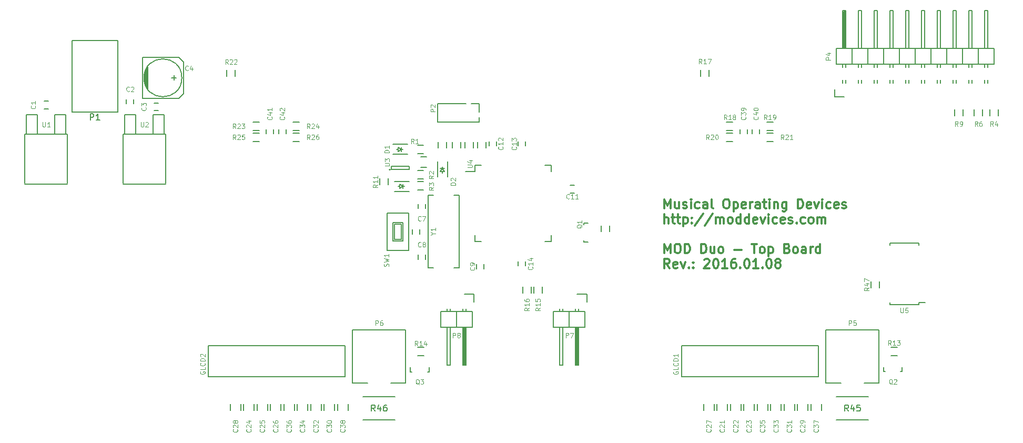
<source format=gbr>
G04 #@! TF.FileFunction,Legend,Top*
%FSLAX46Y46*%
G04 Gerber Fmt 4.6, Leading zero omitted, Abs format (unit mm)*
G04 Created by KiCad (PCBNEW 4.0.1-stable) date Fri 05 Feb 2016 02:13:53 PM CET*
%MOMM*%
G01*
G04 APERTURE LIST*
%ADD10C,0.100000*%
%ADD11C,0.300000*%
%ADD12C,0.150000*%
G04 APERTURE END LIST*
D10*
D11*
X105869343Y-22403971D02*
X105869343Y-20903971D01*
X106369343Y-21975400D01*
X106869343Y-20903971D01*
X106869343Y-22403971D01*
X108226486Y-21403971D02*
X108226486Y-22403971D01*
X107583629Y-21403971D02*
X107583629Y-22189686D01*
X107655057Y-22332543D01*
X107797915Y-22403971D01*
X108012200Y-22403971D01*
X108155057Y-22332543D01*
X108226486Y-22261114D01*
X108869343Y-22332543D02*
X109012200Y-22403971D01*
X109297915Y-22403971D01*
X109440772Y-22332543D01*
X109512200Y-22189686D01*
X109512200Y-22118257D01*
X109440772Y-21975400D01*
X109297915Y-21903971D01*
X109083629Y-21903971D01*
X108940772Y-21832543D01*
X108869343Y-21689686D01*
X108869343Y-21618257D01*
X108940772Y-21475400D01*
X109083629Y-21403971D01*
X109297915Y-21403971D01*
X109440772Y-21475400D01*
X110155058Y-22403971D02*
X110155058Y-21403971D01*
X110155058Y-20903971D02*
X110083629Y-20975400D01*
X110155058Y-21046829D01*
X110226486Y-20975400D01*
X110155058Y-20903971D01*
X110155058Y-21046829D01*
X111512201Y-22332543D02*
X111369344Y-22403971D01*
X111083630Y-22403971D01*
X110940772Y-22332543D01*
X110869344Y-22261114D01*
X110797915Y-22118257D01*
X110797915Y-21689686D01*
X110869344Y-21546829D01*
X110940772Y-21475400D01*
X111083630Y-21403971D01*
X111369344Y-21403971D01*
X111512201Y-21475400D01*
X112797915Y-22403971D02*
X112797915Y-21618257D01*
X112726486Y-21475400D01*
X112583629Y-21403971D01*
X112297915Y-21403971D01*
X112155058Y-21475400D01*
X112797915Y-22332543D02*
X112655058Y-22403971D01*
X112297915Y-22403971D01*
X112155058Y-22332543D01*
X112083629Y-22189686D01*
X112083629Y-22046829D01*
X112155058Y-21903971D01*
X112297915Y-21832543D01*
X112655058Y-21832543D01*
X112797915Y-21761114D01*
X113726487Y-22403971D02*
X113583629Y-22332543D01*
X113512201Y-22189686D01*
X113512201Y-20903971D01*
X115726486Y-20903971D02*
X116012200Y-20903971D01*
X116155058Y-20975400D01*
X116297915Y-21118257D01*
X116369343Y-21403971D01*
X116369343Y-21903971D01*
X116297915Y-22189686D01*
X116155058Y-22332543D01*
X116012200Y-22403971D01*
X115726486Y-22403971D01*
X115583629Y-22332543D01*
X115440772Y-22189686D01*
X115369343Y-21903971D01*
X115369343Y-21403971D01*
X115440772Y-21118257D01*
X115583629Y-20975400D01*
X115726486Y-20903971D01*
X117012201Y-21403971D02*
X117012201Y-22903971D01*
X117012201Y-21475400D02*
X117155058Y-21403971D01*
X117440772Y-21403971D01*
X117583629Y-21475400D01*
X117655058Y-21546829D01*
X117726487Y-21689686D01*
X117726487Y-22118257D01*
X117655058Y-22261114D01*
X117583629Y-22332543D01*
X117440772Y-22403971D01*
X117155058Y-22403971D01*
X117012201Y-22332543D01*
X118940772Y-22332543D02*
X118797915Y-22403971D01*
X118512201Y-22403971D01*
X118369344Y-22332543D01*
X118297915Y-22189686D01*
X118297915Y-21618257D01*
X118369344Y-21475400D01*
X118512201Y-21403971D01*
X118797915Y-21403971D01*
X118940772Y-21475400D01*
X119012201Y-21618257D01*
X119012201Y-21761114D01*
X118297915Y-21903971D01*
X119655058Y-22403971D02*
X119655058Y-21403971D01*
X119655058Y-21689686D02*
X119726486Y-21546829D01*
X119797915Y-21475400D01*
X119940772Y-21403971D01*
X120083629Y-21403971D01*
X121226486Y-22403971D02*
X121226486Y-21618257D01*
X121155057Y-21475400D01*
X121012200Y-21403971D01*
X120726486Y-21403971D01*
X120583629Y-21475400D01*
X121226486Y-22332543D02*
X121083629Y-22403971D01*
X120726486Y-22403971D01*
X120583629Y-22332543D01*
X120512200Y-22189686D01*
X120512200Y-22046829D01*
X120583629Y-21903971D01*
X120726486Y-21832543D01*
X121083629Y-21832543D01*
X121226486Y-21761114D01*
X121726486Y-21403971D02*
X122297915Y-21403971D01*
X121940772Y-20903971D02*
X121940772Y-22189686D01*
X122012200Y-22332543D01*
X122155058Y-22403971D01*
X122297915Y-22403971D01*
X122797915Y-22403971D02*
X122797915Y-21403971D01*
X122797915Y-20903971D02*
X122726486Y-20975400D01*
X122797915Y-21046829D01*
X122869343Y-20975400D01*
X122797915Y-20903971D01*
X122797915Y-21046829D01*
X123512201Y-21403971D02*
X123512201Y-22403971D01*
X123512201Y-21546829D02*
X123583629Y-21475400D01*
X123726487Y-21403971D01*
X123940772Y-21403971D01*
X124083629Y-21475400D01*
X124155058Y-21618257D01*
X124155058Y-22403971D01*
X125512201Y-21403971D02*
X125512201Y-22618257D01*
X125440772Y-22761114D01*
X125369344Y-22832543D01*
X125226487Y-22903971D01*
X125012201Y-22903971D01*
X124869344Y-22832543D01*
X125512201Y-22332543D02*
X125369344Y-22403971D01*
X125083630Y-22403971D01*
X124940772Y-22332543D01*
X124869344Y-22261114D01*
X124797915Y-22118257D01*
X124797915Y-21689686D01*
X124869344Y-21546829D01*
X124940772Y-21475400D01*
X125083630Y-21403971D01*
X125369344Y-21403971D01*
X125512201Y-21475400D01*
X127369344Y-22403971D02*
X127369344Y-20903971D01*
X127726487Y-20903971D01*
X127940772Y-20975400D01*
X128083630Y-21118257D01*
X128155058Y-21261114D01*
X128226487Y-21546829D01*
X128226487Y-21761114D01*
X128155058Y-22046829D01*
X128083630Y-22189686D01*
X127940772Y-22332543D01*
X127726487Y-22403971D01*
X127369344Y-22403971D01*
X129440772Y-22332543D02*
X129297915Y-22403971D01*
X129012201Y-22403971D01*
X128869344Y-22332543D01*
X128797915Y-22189686D01*
X128797915Y-21618257D01*
X128869344Y-21475400D01*
X129012201Y-21403971D01*
X129297915Y-21403971D01*
X129440772Y-21475400D01*
X129512201Y-21618257D01*
X129512201Y-21761114D01*
X128797915Y-21903971D01*
X130012201Y-21403971D02*
X130369344Y-22403971D01*
X130726486Y-21403971D01*
X131297915Y-22403971D02*
X131297915Y-21403971D01*
X131297915Y-20903971D02*
X131226486Y-20975400D01*
X131297915Y-21046829D01*
X131369343Y-20975400D01*
X131297915Y-20903971D01*
X131297915Y-21046829D01*
X132655058Y-22332543D02*
X132512201Y-22403971D01*
X132226487Y-22403971D01*
X132083629Y-22332543D01*
X132012201Y-22261114D01*
X131940772Y-22118257D01*
X131940772Y-21689686D01*
X132012201Y-21546829D01*
X132083629Y-21475400D01*
X132226487Y-21403971D01*
X132512201Y-21403971D01*
X132655058Y-21475400D01*
X133869343Y-22332543D02*
X133726486Y-22403971D01*
X133440772Y-22403971D01*
X133297915Y-22332543D01*
X133226486Y-22189686D01*
X133226486Y-21618257D01*
X133297915Y-21475400D01*
X133440772Y-21403971D01*
X133726486Y-21403971D01*
X133869343Y-21475400D01*
X133940772Y-21618257D01*
X133940772Y-21761114D01*
X133226486Y-21903971D01*
X134512200Y-22332543D02*
X134655057Y-22403971D01*
X134940772Y-22403971D01*
X135083629Y-22332543D01*
X135155057Y-22189686D01*
X135155057Y-22118257D01*
X135083629Y-21975400D01*
X134940772Y-21903971D01*
X134726486Y-21903971D01*
X134583629Y-21832543D01*
X134512200Y-21689686D01*
X134512200Y-21618257D01*
X134583629Y-21475400D01*
X134726486Y-21403971D01*
X134940772Y-21403971D01*
X135083629Y-21475400D01*
X105869343Y-24803971D02*
X105869343Y-23303971D01*
X106512200Y-24803971D02*
X106512200Y-24018257D01*
X106440771Y-23875400D01*
X106297914Y-23803971D01*
X106083629Y-23803971D01*
X105940771Y-23875400D01*
X105869343Y-23946829D01*
X107012200Y-23803971D02*
X107583629Y-23803971D01*
X107226486Y-23303971D02*
X107226486Y-24589686D01*
X107297914Y-24732543D01*
X107440772Y-24803971D01*
X107583629Y-24803971D01*
X107869343Y-23803971D02*
X108440772Y-23803971D01*
X108083629Y-23303971D02*
X108083629Y-24589686D01*
X108155057Y-24732543D01*
X108297915Y-24803971D01*
X108440772Y-24803971D01*
X108940772Y-23803971D02*
X108940772Y-25303971D01*
X108940772Y-23875400D02*
X109083629Y-23803971D01*
X109369343Y-23803971D01*
X109512200Y-23875400D01*
X109583629Y-23946829D01*
X109655058Y-24089686D01*
X109655058Y-24518257D01*
X109583629Y-24661114D01*
X109512200Y-24732543D01*
X109369343Y-24803971D01*
X109083629Y-24803971D01*
X108940772Y-24732543D01*
X110297915Y-24661114D02*
X110369343Y-24732543D01*
X110297915Y-24803971D01*
X110226486Y-24732543D01*
X110297915Y-24661114D01*
X110297915Y-24803971D01*
X110297915Y-23875400D02*
X110369343Y-23946829D01*
X110297915Y-24018257D01*
X110226486Y-23946829D01*
X110297915Y-23875400D01*
X110297915Y-24018257D01*
X112083629Y-23232543D02*
X110797915Y-25161114D01*
X113655058Y-23232543D02*
X112369344Y-25161114D01*
X114155059Y-24803971D02*
X114155059Y-23803971D01*
X114155059Y-23946829D02*
X114226487Y-23875400D01*
X114369345Y-23803971D01*
X114583630Y-23803971D01*
X114726487Y-23875400D01*
X114797916Y-24018257D01*
X114797916Y-24803971D01*
X114797916Y-24018257D02*
X114869345Y-23875400D01*
X115012202Y-23803971D01*
X115226487Y-23803971D01*
X115369345Y-23875400D01*
X115440773Y-24018257D01*
X115440773Y-24803971D01*
X116369345Y-24803971D02*
X116226487Y-24732543D01*
X116155059Y-24661114D01*
X116083630Y-24518257D01*
X116083630Y-24089686D01*
X116155059Y-23946829D01*
X116226487Y-23875400D01*
X116369345Y-23803971D01*
X116583630Y-23803971D01*
X116726487Y-23875400D01*
X116797916Y-23946829D01*
X116869345Y-24089686D01*
X116869345Y-24518257D01*
X116797916Y-24661114D01*
X116726487Y-24732543D01*
X116583630Y-24803971D01*
X116369345Y-24803971D01*
X118155059Y-24803971D02*
X118155059Y-23303971D01*
X118155059Y-24732543D02*
X118012202Y-24803971D01*
X117726488Y-24803971D01*
X117583630Y-24732543D01*
X117512202Y-24661114D01*
X117440773Y-24518257D01*
X117440773Y-24089686D01*
X117512202Y-23946829D01*
X117583630Y-23875400D01*
X117726488Y-23803971D01*
X118012202Y-23803971D01*
X118155059Y-23875400D01*
X119512202Y-24803971D02*
X119512202Y-23303971D01*
X119512202Y-24732543D02*
X119369345Y-24803971D01*
X119083631Y-24803971D01*
X118940773Y-24732543D01*
X118869345Y-24661114D01*
X118797916Y-24518257D01*
X118797916Y-24089686D01*
X118869345Y-23946829D01*
X118940773Y-23875400D01*
X119083631Y-23803971D01*
X119369345Y-23803971D01*
X119512202Y-23875400D01*
X120797916Y-24732543D02*
X120655059Y-24803971D01*
X120369345Y-24803971D01*
X120226488Y-24732543D01*
X120155059Y-24589686D01*
X120155059Y-24018257D01*
X120226488Y-23875400D01*
X120369345Y-23803971D01*
X120655059Y-23803971D01*
X120797916Y-23875400D01*
X120869345Y-24018257D01*
X120869345Y-24161114D01*
X120155059Y-24303971D01*
X121369345Y-23803971D02*
X121726488Y-24803971D01*
X122083630Y-23803971D01*
X122655059Y-24803971D02*
X122655059Y-23803971D01*
X122655059Y-23303971D02*
X122583630Y-23375400D01*
X122655059Y-23446829D01*
X122726487Y-23375400D01*
X122655059Y-23303971D01*
X122655059Y-23446829D01*
X124012202Y-24732543D02*
X123869345Y-24803971D01*
X123583631Y-24803971D01*
X123440773Y-24732543D01*
X123369345Y-24661114D01*
X123297916Y-24518257D01*
X123297916Y-24089686D01*
X123369345Y-23946829D01*
X123440773Y-23875400D01*
X123583631Y-23803971D01*
X123869345Y-23803971D01*
X124012202Y-23875400D01*
X125226487Y-24732543D02*
X125083630Y-24803971D01*
X124797916Y-24803971D01*
X124655059Y-24732543D01*
X124583630Y-24589686D01*
X124583630Y-24018257D01*
X124655059Y-23875400D01*
X124797916Y-23803971D01*
X125083630Y-23803971D01*
X125226487Y-23875400D01*
X125297916Y-24018257D01*
X125297916Y-24161114D01*
X124583630Y-24303971D01*
X125869344Y-24732543D02*
X126012201Y-24803971D01*
X126297916Y-24803971D01*
X126440773Y-24732543D01*
X126512201Y-24589686D01*
X126512201Y-24518257D01*
X126440773Y-24375400D01*
X126297916Y-24303971D01*
X126083630Y-24303971D01*
X125940773Y-24232543D01*
X125869344Y-24089686D01*
X125869344Y-24018257D01*
X125940773Y-23875400D01*
X126083630Y-23803971D01*
X126297916Y-23803971D01*
X126440773Y-23875400D01*
X127155059Y-24661114D02*
X127226487Y-24732543D01*
X127155059Y-24803971D01*
X127083630Y-24732543D01*
X127155059Y-24661114D01*
X127155059Y-24803971D01*
X128512202Y-24732543D02*
X128369345Y-24803971D01*
X128083631Y-24803971D01*
X127940773Y-24732543D01*
X127869345Y-24661114D01*
X127797916Y-24518257D01*
X127797916Y-24089686D01*
X127869345Y-23946829D01*
X127940773Y-23875400D01*
X128083631Y-23803971D01*
X128369345Y-23803971D01*
X128512202Y-23875400D01*
X129369345Y-24803971D02*
X129226487Y-24732543D01*
X129155059Y-24661114D01*
X129083630Y-24518257D01*
X129083630Y-24089686D01*
X129155059Y-23946829D01*
X129226487Y-23875400D01*
X129369345Y-23803971D01*
X129583630Y-23803971D01*
X129726487Y-23875400D01*
X129797916Y-23946829D01*
X129869345Y-24089686D01*
X129869345Y-24518257D01*
X129797916Y-24661114D01*
X129726487Y-24732543D01*
X129583630Y-24803971D01*
X129369345Y-24803971D01*
X130512202Y-24803971D02*
X130512202Y-23803971D01*
X130512202Y-23946829D02*
X130583630Y-23875400D01*
X130726488Y-23803971D01*
X130940773Y-23803971D01*
X131083630Y-23875400D01*
X131155059Y-24018257D01*
X131155059Y-24803971D01*
X131155059Y-24018257D02*
X131226488Y-23875400D01*
X131369345Y-23803971D01*
X131583630Y-23803971D01*
X131726488Y-23875400D01*
X131797916Y-24018257D01*
X131797916Y-24803971D01*
X105869343Y-29603971D02*
X105869343Y-28103971D01*
X106369343Y-29175400D01*
X106869343Y-28103971D01*
X106869343Y-29603971D01*
X107869343Y-28103971D02*
X108155057Y-28103971D01*
X108297915Y-28175400D01*
X108440772Y-28318257D01*
X108512200Y-28603971D01*
X108512200Y-29103971D01*
X108440772Y-29389686D01*
X108297915Y-29532543D01*
X108155057Y-29603971D01*
X107869343Y-29603971D01*
X107726486Y-29532543D01*
X107583629Y-29389686D01*
X107512200Y-29103971D01*
X107512200Y-28603971D01*
X107583629Y-28318257D01*
X107726486Y-28175400D01*
X107869343Y-28103971D01*
X109155058Y-29603971D02*
X109155058Y-28103971D01*
X109512201Y-28103971D01*
X109726486Y-28175400D01*
X109869344Y-28318257D01*
X109940772Y-28461114D01*
X110012201Y-28746829D01*
X110012201Y-28961114D01*
X109940772Y-29246829D01*
X109869344Y-29389686D01*
X109726486Y-29532543D01*
X109512201Y-29603971D01*
X109155058Y-29603971D01*
X111797915Y-29603971D02*
X111797915Y-28103971D01*
X112155058Y-28103971D01*
X112369343Y-28175400D01*
X112512201Y-28318257D01*
X112583629Y-28461114D01*
X112655058Y-28746829D01*
X112655058Y-28961114D01*
X112583629Y-29246829D01*
X112512201Y-29389686D01*
X112369343Y-29532543D01*
X112155058Y-29603971D01*
X111797915Y-29603971D01*
X113940772Y-28603971D02*
X113940772Y-29603971D01*
X113297915Y-28603971D02*
X113297915Y-29389686D01*
X113369343Y-29532543D01*
X113512201Y-29603971D01*
X113726486Y-29603971D01*
X113869343Y-29532543D01*
X113940772Y-29461114D01*
X114869344Y-29603971D02*
X114726486Y-29532543D01*
X114655058Y-29461114D01*
X114583629Y-29318257D01*
X114583629Y-28889686D01*
X114655058Y-28746829D01*
X114726486Y-28675400D01*
X114869344Y-28603971D01*
X115083629Y-28603971D01*
X115226486Y-28675400D01*
X115297915Y-28746829D01*
X115369344Y-28889686D01*
X115369344Y-29318257D01*
X115297915Y-29461114D01*
X115226486Y-29532543D01*
X115083629Y-29603971D01*
X114869344Y-29603971D01*
X117155058Y-29032543D02*
X118297915Y-29032543D01*
X119940772Y-28103971D02*
X120797915Y-28103971D01*
X120369344Y-29603971D02*
X120369344Y-28103971D01*
X121512201Y-29603971D02*
X121369343Y-29532543D01*
X121297915Y-29461114D01*
X121226486Y-29318257D01*
X121226486Y-28889686D01*
X121297915Y-28746829D01*
X121369343Y-28675400D01*
X121512201Y-28603971D01*
X121726486Y-28603971D01*
X121869343Y-28675400D01*
X121940772Y-28746829D01*
X122012201Y-28889686D01*
X122012201Y-29318257D01*
X121940772Y-29461114D01*
X121869343Y-29532543D01*
X121726486Y-29603971D01*
X121512201Y-29603971D01*
X122655058Y-28603971D02*
X122655058Y-30103971D01*
X122655058Y-28675400D02*
X122797915Y-28603971D01*
X123083629Y-28603971D01*
X123226486Y-28675400D01*
X123297915Y-28746829D01*
X123369344Y-28889686D01*
X123369344Y-29318257D01*
X123297915Y-29461114D01*
X123226486Y-29532543D01*
X123083629Y-29603971D01*
X122797915Y-29603971D01*
X122655058Y-29532543D01*
X125655058Y-28818257D02*
X125869344Y-28889686D01*
X125940772Y-28961114D01*
X126012201Y-29103971D01*
X126012201Y-29318257D01*
X125940772Y-29461114D01*
X125869344Y-29532543D01*
X125726486Y-29603971D01*
X125155058Y-29603971D01*
X125155058Y-28103971D01*
X125655058Y-28103971D01*
X125797915Y-28175400D01*
X125869344Y-28246829D01*
X125940772Y-28389686D01*
X125940772Y-28532543D01*
X125869344Y-28675400D01*
X125797915Y-28746829D01*
X125655058Y-28818257D01*
X125155058Y-28818257D01*
X126869344Y-29603971D02*
X126726486Y-29532543D01*
X126655058Y-29461114D01*
X126583629Y-29318257D01*
X126583629Y-28889686D01*
X126655058Y-28746829D01*
X126726486Y-28675400D01*
X126869344Y-28603971D01*
X127083629Y-28603971D01*
X127226486Y-28675400D01*
X127297915Y-28746829D01*
X127369344Y-28889686D01*
X127369344Y-29318257D01*
X127297915Y-29461114D01*
X127226486Y-29532543D01*
X127083629Y-29603971D01*
X126869344Y-29603971D01*
X128655058Y-29603971D02*
X128655058Y-28818257D01*
X128583629Y-28675400D01*
X128440772Y-28603971D01*
X128155058Y-28603971D01*
X128012201Y-28675400D01*
X128655058Y-29532543D02*
X128512201Y-29603971D01*
X128155058Y-29603971D01*
X128012201Y-29532543D01*
X127940772Y-29389686D01*
X127940772Y-29246829D01*
X128012201Y-29103971D01*
X128155058Y-29032543D01*
X128512201Y-29032543D01*
X128655058Y-28961114D01*
X129369344Y-29603971D02*
X129369344Y-28603971D01*
X129369344Y-28889686D02*
X129440772Y-28746829D01*
X129512201Y-28675400D01*
X129655058Y-28603971D01*
X129797915Y-28603971D01*
X130940772Y-29603971D02*
X130940772Y-28103971D01*
X130940772Y-29532543D02*
X130797915Y-29603971D01*
X130512201Y-29603971D01*
X130369343Y-29532543D01*
X130297915Y-29461114D01*
X130226486Y-29318257D01*
X130226486Y-28889686D01*
X130297915Y-28746829D01*
X130369343Y-28675400D01*
X130512201Y-28603971D01*
X130797915Y-28603971D01*
X130940772Y-28675400D01*
X106726486Y-32003971D02*
X106226486Y-31289686D01*
X105869343Y-32003971D02*
X105869343Y-30503971D01*
X106440771Y-30503971D01*
X106583629Y-30575400D01*
X106655057Y-30646829D01*
X106726486Y-30789686D01*
X106726486Y-31003971D01*
X106655057Y-31146829D01*
X106583629Y-31218257D01*
X106440771Y-31289686D01*
X105869343Y-31289686D01*
X107940771Y-31932543D02*
X107797914Y-32003971D01*
X107512200Y-32003971D01*
X107369343Y-31932543D01*
X107297914Y-31789686D01*
X107297914Y-31218257D01*
X107369343Y-31075400D01*
X107512200Y-31003971D01*
X107797914Y-31003971D01*
X107940771Y-31075400D01*
X108012200Y-31218257D01*
X108012200Y-31361114D01*
X107297914Y-31503971D01*
X108512200Y-31003971D02*
X108869343Y-32003971D01*
X109226485Y-31003971D01*
X109797914Y-31861114D02*
X109869342Y-31932543D01*
X109797914Y-32003971D01*
X109726485Y-31932543D01*
X109797914Y-31861114D01*
X109797914Y-32003971D01*
X110512200Y-31861114D02*
X110583628Y-31932543D01*
X110512200Y-32003971D01*
X110440771Y-31932543D01*
X110512200Y-31861114D01*
X110512200Y-32003971D01*
X110512200Y-31075400D02*
X110583628Y-31146829D01*
X110512200Y-31218257D01*
X110440771Y-31146829D01*
X110512200Y-31075400D01*
X110512200Y-31218257D01*
X112297914Y-30646829D02*
X112369343Y-30575400D01*
X112512200Y-30503971D01*
X112869343Y-30503971D01*
X113012200Y-30575400D01*
X113083629Y-30646829D01*
X113155057Y-30789686D01*
X113155057Y-30932543D01*
X113083629Y-31146829D01*
X112226486Y-32003971D01*
X113155057Y-32003971D01*
X114083628Y-30503971D02*
X114226485Y-30503971D01*
X114369342Y-30575400D01*
X114440771Y-30646829D01*
X114512200Y-30789686D01*
X114583628Y-31075400D01*
X114583628Y-31432543D01*
X114512200Y-31718257D01*
X114440771Y-31861114D01*
X114369342Y-31932543D01*
X114226485Y-32003971D01*
X114083628Y-32003971D01*
X113940771Y-31932543D01*
X113869342Y-31861114D01*
X113797914Y-31718257D01*
X113726485Y-31432543D01*
X113726485Y-31075400D01*
X113797914Y-30789686D01*
X113869342Y-30646829D01*
X113940771Y-30575400D01*
X114083628Y-30503971D01*
X116012199Y-32003971D02*
X115155056Y-32003971D01*
X115583628Y-32003971D02*
X115583628Y-30503971D01*
X115440771Y-30718257D01*
X115297913Y-30861114D01*
X115155056Y-30932543D01*
X117297913Y-30503971D02*
X117012199Y-30503971D01*
X116869342Y-30575400D01*
X116797913Y-30646829D01*
X116655056Y-30861114D01*
X116583627Y-31146829D01*
X116583627Y-31718257D01*
X116655056Y-31861114D01*
X116726484Y-31932543D01*
X116869342Y-32003971D01*
X117155056Y-32003971D01*
X117297913Y-31932543D01*
X117369342Y-31861114D01*
X117440770Y-31718257D01*
X117440770Y-31361114D01*
X117369342Y-31218257D01*
X117297913Y-31146829D01*
X117155056Y-31075400D01*
X116869342Y-31075400D01*
X116726484Y-31146829D01*
X116655056Y-31218257D01*
X116583627Y-31361114D01*
X118083627Y-31861114D02*
X118155055Y-31932543D01*
X118083627Y-32003971D01*
X118012198Y-31932543D01*
X118083627Y-31861114D01*
X118083627Y-32003971D01*
X119083627Y-30503971D02*
X119226484Y-30503971D01*
X119369341Y-30575400D01*
X119440770Y-30646829D01*
X119512199Y-30789686D01*
X119583627Y-31075400D01*
X119583627Y-31432543D01*
X119512199Y-31718257D01*
X119440770Y-31861114D01*
X119369341Y-31932543D01*
X119226484Y-32003971D01*
X119083627Y-32003971D01*
X118940770Y-31932543D01*
X118869341Y-31861114D01*
X118797913Y-31718257D01*
X118726484Y-31432543D01*
X118726484Y-31075400D01*
X118797913Y-30789686D01*
X118869341Y-30646829D01*
X118940770Y-30575400D01*
X119083627Y-30503971D01*
X121012198Y-32003971D02*
X120155055Y-32003971D01*
X120583627Y-32003971D02*
X120583627Y-30503971D01*
X120440770Y-30718257D01*
X120297912Y-30861114D01*
X120155055Y-30932543D01*
X121655055Y-31861114D02*
X121726483Y-31932543D01*
X121655055Y-32003971D01*
X121583626Y-31932543D01*
X121655055Y-31861114D01*
X121655055Y-32003971D01*
X122655055Y-30503971D02*
X122797912Y-30503971D01*
X122940769Y-30575400D01*
X123012198Y-30646829D01*
X123083627Y-30789686D01*
X123155055Y-31075400D01*
X123155055Y-31432543D01*
X123083627Y-31718257D01*
X123012198Y-31861114D01*
X122940769Y-31932543D01*
X122797912Y-32003971D01*
X122655055Y-32003971D01*
X122512198Y-31932543D01*
X122440769Y-31861114D01*
X122369341Y-31718257D01*
X122297912Y-31432543D01*
X122297912Y-31075400D01*
X122369341Y-30789686D01*
X122440769Y-30646829D01*
X122512198Y-30575400D01*
X122655055Y-30503971D01*
X124012198Y-31146829D02*
X123869340Y-31075400D01*
X123797912Y-31003971D01*
X123726483Y-30861114D01*
X123726483Y-30789686D01*
X123797912Y-30646829D01*
X123869340Y-30575400D01*
X124012198Y-30503971D01*
X124297912Y-30503971D01*
X124440769Y-30575400D01*
X124512198Y-30646829D01*
X124583626Y-30789686D01*
X124583626Y-30861114D01*
X124512198Y-31003971D01*
X124440769Y-31075400D01*
X124297912Y-31146829D01*
X124012198Y-31146829D01*
X123869340Y-31218257D01*
X123797912Y-31289686D01*
X123726483Y-31432543D01*
X123726483Y-31718257D01*
X123797912Y-31861114D01*
X123869340Y-31932543D01*
X124012198Y-32003971D01*
X124297912Y-32003971D01*
X124440769Y-31932543D01*
X124512198Y-31861114D01*
X124583626Y-31718257D01*
X124583626Y-31432543D01*
X124512198Y-31289686D01*
X124440769Y-31218257D01*
X124297912Y-31146829D01*
D12*
X6002540Y-5140400D02*
X6702540Y-5140400D01*
X6702540Y-6340400D02*
X6002540Y-6340400D01*
X24417100Y-6614900D02*
X23717100Y-6614900D01*
X23717100Y-5414900D02*
X24417100Y-5414900D01*
X22225600Y-617400D02*
X22225600Y-2141400D01*
X22352600Y-2522400D02*
X22352600Y-236400D01*
X22479600Y17600D02*
X22479600Y-2776400D01*
X22606600Y-3030400D02*
X22606600Y271600D01*
X22733600Y398600D02*
X22733600Y-3157400D01*
X28194600Y-1379400D02*
G75*
G03X28194600Y-1379400I-3048000J0D01*
G01*
X21844600Y1922600D02*
X21844600Y-4681400D01*
X21844600Y-4681400D02*
X27686600Y-4681400D01*
X27686600Y-4681400D02*
X28448600Y-3919400D01*
X28448600Y-3919400D02*
X28448600Y1160600D01*
X28448600Y1160600D02*
X27686600Y1922600D01*
X27686600Y1922600D02*
X21844600Y1922600D01*
X27305600Y-1379400D02*
X26543600Y-1379400D01*
X26924600Y-998400D02*
X26924600Y-1760400D01*
X116039600Y-54901900D02*
X116039600Y-53901900D01*
X114339600Y-53901900D02*
X114339600Y-54901900D01*
X116498600Y-53901900D02*
X116498600Y-54901900D01*
X118198600Y-54901900D02*
X118198600Y-53901900D01*
X129452600Y-53901900D02*
X129452600Y-54901900D01*
X131152600Y-54901900D02*
X131152600Y-53901900D01*
X120816600Y-53901900D02*
X120816600Y-54901900D01*
X122516600Y-54901900D02*
X122516600Y-53901900D01*
X118657600Y-53901900D02*
X118657600Y-54901900D01*
X120357600Y-54901900D02*
X120357600Y-53901900D01*
X122975600Y-53901900D02*
X122975600Y-54901900D01*
X124675600Y-54901900D02*
X124675600Y-53901900D01*
X125134600Y-53901900D02*
X125134600Y-54901900D01*
X126834600Y-54901900D02*
X126834600Y-53901900D01*
X127293600Y-53901900D02*
X127293600Y-54901900D01*
X128993600Y-54901900D02*
X128993600Y-53901900D01*
X112180600Y-53901900D02*
X112180600Y-54901900D01*
X113880600Y-54901900D02*
X113880600Y-53901900D01*
X39839600Y-54901900D02*
X39839600Y-53901900D01*
X38139600Y-53901900D02*
X38139600Y-54901900D01*
X40298600Y-53901900D02*
X40298600Y-54901900D01*
X41998600Y-54901900D02*
X41998600Y-53901900D01*
X53252600Y-53901900D02*
X53252600Y-54901900D01*
X54952600Y-54901900D02*
X54952600Y-53901900D01*
X44616600Y-53901900D02*
X44616600Y-54901900D01*
X46316600Y-54901900D02*
X46316600Y-53901900D01*
X42457600Y-53901900D02*
X42457600Y-54901900D01*
X44157600Y-54901900D02*
X44157600Y-53901900D01*
X46775600Y-53901900D02*
X46775600Y-54901900D01*
X48475600Y-54901900D02*
X48475600Y-53901900D01*
X48934600Y-53901900D02*
X48934600Y-54901900D01*
X50634600Y-54901900D02*
X50634600Y-53901900D01*
X51093600Y-53901900D02*
X51093600Y-54901900D01*
X52793600Y-54901900D02*
X52793600Y-53901900D01*
X35980600Y-53901900D02*
X35980600Y-54901900D01*
X37680600Y-54901900D02*
X37680600Y-53901900D01*
X76800600Y-31382400D02*
X76800600Y-32082400D01*
X75600600Y-32082400D02*
X75600600Y-31382400D01*
X90697600Y-18686400D02*
X91397600Y-18686400D01*
X91397600Y-19886400D02*
X90697600Y-19886400D01*
X77632600Y-12333900D02*
X77632600Y-11633900D01*
X78832600Y-11633900D02*
X78832600Y-12333900D01*
X82345000Y-12321200D02*
X82345000Y-11621200D01*
X83545000Y-11621200D02*
X83545000Y-12321200D01*
X83531600Y-30937900D02*
X83531600Y-31637900D01*
X82331600Y-31637900D02*
X82331600Y-30937900D01*
X67402600Y-21666900D02*
X67402600Y-22366900D01*
X66202600Y-22366900D02*
X66202600Y-21666900D01*
X66202600Y-30558400D02*
X66202600Y-29858400D01*
X67402600Y-29858400D02*
X67402600Y-30558400D01*
X118018600Y-10390800D02*
X118018600Y-9690800D01*
X119218600Y-9690800D02*
X119218600Y-10390800D01*
X41767800Y-10390800D02*
X41767800Y-9690800D01*
X42967800Y-9690800D02*
X42967800Y-10390800D01*
X120025200Y-10390800D02*
X120025200Y-9690800D01*
X121225200Y-9690800D02*
X121225200Y-10390800D01*
X43774400Y-10390800D02*
X43774400Y-9690800D01*
X44974400Y-9690800D02*
X44974400Y-10390800D01*
X137994600Y-50510400D02*
X140444600Y-50510400D01*
X131844600Y-50510400D02*
X134294600Y-50510400D01*
X131844600Y-41910400D02*
X131844600Y-50510400D01*
X131844600Y-41910400D02*
X140444600Y-41910400D01*
X140444600Y-41910400D02*
X140444600Y-50510400D01*
X61794600Y-50510400D02*
X64244600Y-50510400D01*
X55644600Y-50510400D02*
X58094600Y-50510400D01*
X55644600Y-41910400D02*
X55644600Y-50510400D01*
X55644600Y-41910400D02*
X64244600Y-41910400D01*
X64244600Y-41910400D02*
X64244600Y-50510400D01*
X76048100Y-8495900D02*
X76048100Y-7695900D01*
X69398100Y-8495900D02*
X76048100Y-8495900D01*
X69398100Y-8495900D02*
X69398100Y-5545900D01*
X69398100Y-5545900D02*
X73948100Y-5545900D01*
X76048100Y-6895900D02*
X76048100Y-5545900D01*
X76048100Y-5545900D02*
X74748100Y-5545900D01*
X141362480Y-48668940D02*
X141410740Y-48668940D01*
X144161460Y-47967900D02*
X144161460Y-48668940D01*
X144161460Y-48668940D02*
X143912540Y-48668940D01*
X141362480Y-48668940D02*
X141161820Y-48668940D01*
X141161820Y-48668940D02*
X141161820Y-47967900D01*
X65175180Y-48681640D02*
X65223440Y-48681640D01*
X67974160Y-47980600D02*
X67974160Y-48681640D01*
X67974160Y-48681640D02*
X67725240Y-48681640D01*
X65175180Y-48681640D02*
X64974520Y-48681640D01*
X64974520Y-48681640D02*
X64974520Y-47980600D01*
X143352140Y-46090200D02*
X142352140Y-46090200D01*
X142352140Y-44740200D02*
X143352140Y-44740200D01*
X67164840Y-46090200D02*
X66164840Y-46090200D01*
X66164840Y-44740200D02*
X67164840Y-44740200D01*
X97068600Y-25136400D02*
X97068600Y-26136400D01*
X95718600Y-26136400D02*
X95718600Y-25136400D01*
X77129600Y-11674400D02*
X77129600Y-12674400D01*
X75779600Y-12674400D02*
X75779600Y-11674400D01*
X75097600Y-11674400D02*
X75097600Y-12674400D01*
X73747600Y-12674400D02*
X73747600Y-11674400D01*
X73129100Y-11674400D02*
X73129100Y-12674400D01*
X71779100Y-12674400D02*
X71779100Y-11674400D01*
X70779600Y-11674400D02*
X70779600Y-12674400D01*
X69429600Y-12674400D02*
X69429600Y-11674400D01*
X86210100Y-34978900D02*
X86210100Y-35978900D01*
X84860100Y-35978900D02*
X84860100Y-34978900D01*
X113045200Y-117400D02*
X113045200Y-1117400D01*
X111695200Y-1117400D02*
X111695200Y-117400D01*
X36794400Y-117400D02*
X36794400Y-1117400D01*
X35444400Y-1117400D02*
X35444400Y-117400D01*
X116883400Y-9877600D02*
X115883400Y-9877600D01*
X115883400Y-8527600D02*
X116883400Y-8527600D01*
X40632600Y-9877600D02*
X39632600Y-9877600D01*
X39632600Y-8527600D02*
X40632600Y-8527600D01*
X115883400Y-10254800D02*
X116883400Y-10254800D01*
X116883400Y-11604800D02*
X115883400Y-11604800D01*
X39632600Y-10254800D02*
X40632600Y-10254800D01*
X40632600Y-11604800D02*
X39632600Y-11604800D01*
X84432100Y-34978900D02*
X84432100Y-35978900D01*
X83082100Y-35978900D02*
X83082100Y-34978900D01*
X122360400Y-8527600D02*
X123360400Y-8527600D01*
X123360400Y-9877600D02*
X122360400Y-9877600D01*
X46109600Y-8527600D02*
X47109600Y-8527600D01*
X47109600Y-9877600D02*
X46109600Y-9877600D01*
X123360400Y-11604800D02*
X122360400Y-11604800D01*
X122360400Y-10254800D02*
X123360400Y-10254800D01*
X47109600Y-11604800D02*
X46109600Y-11604800D01*
X46109600Y-10254800D02*
X47109600Y-10254800D01*
X63542600Y-24894400D02*
X63542600Y-27394400D01*
X63542600Y-27394400D02*
X62442600Y-27394400D01*
X62442600Y-27394400D02*
X62442600Y-24894400D01*
X62442600Y-24894400D02*
X63542600Y-24894400D01*
X62192600Y-24644400D02*
X62192600Y-27644400D01*
X63792600Y-24644400D02*
X63792600Y-27644400D01*
X63792600Y-27644400D02*
X62192600Y-27644400D01*
X63792600Y-24644400D02*
X62192600Y-24644400D01*
X61242600Y-23144400D02*
X61242600Y-29144400D01*
X64742600Y-23144400D02*
X64742600Y-29144400D01*
X64742600Y-23144400D02*
X61242600Y-23144400D01*
X64742600Y-29144400D02*
X61242600Y-29144400D01*
X20765100Y-10459900D02*
X20765100Y-7284900D01*
X20765100Y-7284900D02*
X18987100Y-7284900D01*
X18987100Y-7284900D02*
X18987100Y-10459900D01*
X25337100Y-10459900D02*
X25337100Y-7284900D01*
X25337100Y-7284900D02*
X23559100Y-7284900D01*
X23559100Y-7284900D02*
X23559100Y-10459900D01*
X18733100Y-16555900D02*
X18733100Y-10459900D01*
X18733100Y-10459900D02*
X25591100Y-10459900D01*
X25591100Y-10459900D02*
X25591100Y-18333900D01*
X25591100Y-18460900D02*
X18733100Y-18460900D01*
X18733100Y-18333900D02*
X18733100Y-16555900D01*
X75384200Y-15472800D02*
X75384200Y-16482800D01*
X87634200Y-15472800D02*
X87634200Y-16482800D01*
X87634200Y-27722800D02*
X87634200Y-26712800D01*
X75384200Y-27722800D02*
X75384200Y-26712800D01*
X75384200Y-15472800D02*
X76394200Y-15472800D01*
X75384200Y-27722800D02*
X76394200Y-27722800D01*
X87634200Y-27722800D02*
X86624200Y-27722800D01*
X87634200Y-15472800D02*
X86624200Y-15472800D01*
X75384200Y-16482800D02*
X73859200Y-16482800D01*
X146800800Y-37901200D02*
X146800800Y-37576200D01*
X142150800Y-37901200D02*
X142150800Y-37576200D01*
X142150800Y-27951200D02*
X142150800Y-28276200D01*
X146800800Y-27951200D02*
X146800800Y-28276200D01*
X146800800Y-37901200D02*
X142150800Y-37901200D01*
X146800800Y-27951200D02*
X142150800Y-27951200D01*
X146800800Y-37576200D02*
X147875800Y-37576200D01*
X67846540Y-20231280D02*
X67846540Y-31930520D01*
X72845260Y-31930520D02*
X72845260Y-20231280D01*
X67846540Y-31930520D02*
X68694900Y-31930520D01*
X72845260Y-31930520D02*
X71996900Y-31930520D01*
X67846540Y-20231280D02*
X68694900Y-20231280D01*
X72845260Y-20231280D02*
X71996900Y-20231280D01*
X93377100Y-36147400D02*
X91827100Y-36147400D01*
X93377100Y-37447400D02*
X93377100Y-36147400D01*
X91954100Y-41638400D02*
X91954100Y-47480400D01*
X91954100Y-47480400D02*
X91700100Y-47480400D01*
X91700100Y-47480400D02*
X91700100Y-41638400D01*
X91700100Y-41638400D02*
X91827100Y-41638400D01*
X91827100Y-41638400D02*
X91827100Y-47480400D01*
X92081100Y-38971400D02*
X92081100Y-38590400D01*
X91573100Y-38971400D02*
X91573100Y-38590400D01*
X89541100Y-38971400D02*
X89541100Y-38590400D01*
X89033100Y-38971400D02*
X89033100Y-38590400D01*
X93097100Y-38971400D02*
X93097100Y-41511400D01*
X90557100Y-38971400D02*
X90557100Y-41511400D01*
X90557100Y-38971400D02*
X88017100Y-38971400D01*
X88017100Y-38971400D02*
X88017100Y-41511400D01*
X89541100Y-41511400D02*
X89541100Y-47607400D01*
X89541100Y-47607400D02*
X89033100Y-47607400D01*
X89033100Y-47607400D02*
X89033100Y-41511400D01*
X88017100Y-41511400D02*
X90557100Y-41511400D01*
X90557100Y-41511400D02*
X93097100Y-41511400D01*
X91573100Y-47607400D02*
X91573100Y-41511400D01*
X92081100Y-47607400D02*
X91573100Y-47607400D01*
X92081100Y-41511400D02*
X92081100Y-47607400D01*
X90557100Y-38971400D02*
X90557100Y-41511400D01*
X93097100Y-38971400D02*
X90557100Y-38971400D01*
X75216100Y-36147400D02*
X73666100Y-36147400D01*
X75216100Y-37447400D02*
X75216100Y-36147400D01*
X73793100Y-41638400D02*
X73793100Y-47480400D01*
X73793100Y-47480400D02*
X73539100Y-47480400D01*
X73539100Y-47480400D02*
X73539100Y-41638400D01*
X73539100Y-41638400D02*
X73666100Y-41638400D01*
X73666100Y-41638400D02*
X73666100Y-47480400D01*
X73920100Y-38971400D02*
X73920100Y-38590400D01*
X73412100Y-38971400D02*
X73412100Y-38590400D01*
X71380100Y-38971400D02*
X71380100Y-38590400D01*
X70872100Y-38971400D02*
X70872100Y-38590400D01*
X74936100Y-38971400D02*
X74936100Y-41511400D01*
X72396100Y-38971400D02*
X72396100Y-41511400D01*
X72396100Y-38971400D02*
X69856100Y-38971400D01*
X69856100Y-38971400D02*
X69856100Y-41511400D01*
X71380100Y-41511400D02*
X71380100Y-47607400D01*
X71380100Y-47607400D02*
X70872100Y-47607400D01*
X70872100Y-47607400D02*
X70872100Y-41511400D01*
X69856100Y-41511400D02*
X72396100Y-41511400D01*
X72396100Y-41511400D02*
X74936100Y-41511400D01*
X73412100Y-47607400D02*
X73412100Y-41511400D01*
X73920100Y-47607400D02*
X73412100Y-47607400D01*
X73920100Y-41511400D02*
X73920100Y-47607400D01*
X72396100Y-38971400D02*
X72396100Y-41511400D01*
X74936100Y-38971400D02*
X72396100Y-38971400D01*
X19265340Y-5531600D02*
X19265340Y-4831600D01*
X20465340Y-4831600D02*
X20465340Y-5531600D01*
X66620100Y-15754900D02*
X67620100Y-15754900D01*
X67620100Y-14054900D02*
X66620100Y-14054900D01*
X66513600Y-25794400D02*
X66513600Y-26494400D01*
X65313600Y-26494400D02*
X65313600Y-25794400D01*
X62996600Y-12872900D02*
X62746600Y-12872900D01*
X63496600Y-12872900D02*
X63746600Y-12872900D01*
X63496600Y-12872900D02*
X62996600Y-13222900D01*
X62996600Y-13222900D02*
X62996600Y-12522900D01*
X62996600Y-12522900D02*
X63496600Y-12872900D01*
X63496600Y-13222900D02*
X63496600Y-12522900D01*
X64546600Y-12072900D02*
X62146600Y-12072900D01*
X64546600Y-13672900D02*
X62146600Y-13672900D01*
X70155400Y-16437600D02*
X70155400Y-16687600D01*
X70155400Y-15937600D02*
X70155400Y-15687600D01*
X70155400Y-15937600D02*
X70505400Y-16437600D01*
X70505400Y-16437600D02*
X69805400Y-16437600D01*
X69805400Y-16437600D02*
X70155400Y-15937600D01*
X70505400Y-15937600D02*
X69805400Y-15937600D01*
X69355400Y-14887600D02*
X69355400Y-17287600D01*
X70955400Y-14887600D02*
X70955400Y-17287600D01*
X63250600Y-18841900D02*
X63000600Y-18841900D01*
X63750600Y-18841900D02*
X64000600Y-18841900D01*
X63750600Y-18841900D02*
X63250600Y-19191900D01*
X63250600Y-19191900D02*
X63250600Y-18491900D01*
X63250600Y-18491900D02*
X63750600Y-18841900D01*
X63750600Y-19191900D02*
X63750600Y-18491900D01*
X64800600Y-18041900D02*
X62400600Y-18041900D01*
X64800600Y-19641900D02*
X62400600Y-19641900D01*
X92873860Y-24972240D02*
X92873860Y-25020500D01*
X93574900Y-27771220D02*
X92873860Y-27771220D01*
X92873860Y-27771220D02*
X92873860Y-27522300D01*
X92873860Y-24972240D02*
X92873860Y-24771580D01*
X92873860Y-24771580D02*
X93574900Y-24771580D01*
X66112100Y-12197900D02*
X67112100Y-12197900D01*
X67112100Y-13547900D02*
X66112100Y-13547900D01*
X66112100Y-16261900D02*
X67112100Y-16261900D01*
X67112100Y-17611900D02*
X66112100Y-17611900D01*
X67112100Y-19453400D02*
X66112100Y-19453400D01*
X66112100Y-18103400D02*
X67112100Y-18103400D01*
X159616100Y-6467400D02*
X159616100Y-7467400D01*
X158266100Y-7467400D02*
X158266100Y-6467400D01*
X157088800Y-6467400D02*
X157088800Y-7467400D01*
X155738800Y-7467400D02*
X155738800Y-6467400D01*
X153939200Y-6467400D02*
X153939200Y-7467400D01*
X152589200Y-7467400D02*
X152589200Y-6467400D01*
X60095100Y-18579900D02*
X60095100Y-17579900D01*
X61445100Y-17579900D02*
X61445100Y-18579900D01*
X4953600Y-10459900D02*
X4953600Y-7284900D01*
X4953600Y-7284900D02*
X3175600Y-7284900D01*
X3175600Y-7284900D02*
X3175600Y-10459900D01*
X9525600Y-10459900D02*
X9525600Y-7284900D01*
X9525600Y-7284900D02*
X7747600Y-7284900D01*
X7747600Y-7284900D02*
X7747600Y-10459900D01*
X2921600Y-16555900D02*
X2921600Y-10459900D01*
X2921600Y-10459900D02*
X9779600Y-10459900D01*
X9779600Y-10459900D02*
X9779600Y-18333900D01*
X9779600Y-18460900D02*
X2921600Y-18460900D01*
X2921600Y-18333900D02*
X2921600Y-16555900D01*
X61773600Y-16157400D02*
G75*
G03X61773600Y-16157400I-100000J0D01*
G01*
X61923600Y-15607400D02*
X61923600Y-16107400D01*
X64823600Y-15607400D02*
X61923600Y-15607400D01*
X64823600Y-16107400D02*
X64823600Y-15607400D01*
X61923600Y-16107400D02*
X64823600Y-16107400D01*
X134562600Y-1760400D02*
X134562600Y-2268400D01*
X135070600Y-1760400D02*
X135070600Y-2268400D01*
X157930600Y-1760400D02*
X157930600Y-2268400D01*
X157422600Y-1760400D02*
X157422600Y-2268400D01*
X152342600Y-1760400D02*
X152342600Y-2268400D01*
X152850600Y-1760400D02*
X152850600Y-2268400D01*
X154882600Y-1760400D02*
X154882600Y-2268400D01*
X155390600Y-1760400D02*
X155390600Y-2268400D01*
X150310600Y-1760400D02*
X150310600Y-2268400D01*
X149802600Y-1760400D02*
X149802600Y-2268400D01*
X147770600Y-1760400D02*
X147770600Y-2268400D01*
X147262600Y-1760400D02*
X147262600Y-2268400D01*
X137102600Y-1760400D02*
X137102600Y-2268400D01*
X137610600Y-1760400D02*
X137610600Y-2268400D01*
X139642600Y-1760400D02*
X139642600Y-2268400D01*
X140150600Y-1760400D02*
X140150600Y-2268400D01*
X145230600Y-1760400D02*
X145230600Y-2268400D01*
X144722600Y-1760400D02*
X144722600Y-2268400D01*
X142690600Y-1760400D02*
X142690600Y-2268400D01*
X142182600Y-1760400D02*
X142182600Y-2268400D01*
X157930600Y779600D02*
X157930600Y271600D01*
X157422600Y779600D02*
X157422600Y271600D01*
X155390600Y779600D02*
X155390600Y271600D01*
X154882600Y779600D02*
X154882600Y271600D01*
X149802600Y779600D02*
X149802600Y271600D01*
X150310600Y779600D02*
X150310600Y271600D01*
X152342600Y779600D02*
X152342600Y271600D01*
X152850600Y779600D02*
X152850600Y271600D01*
X147770600Y779600D02*
X147770600Y271600D01*
X147262600Y779600D02*
X147262600Y271600D01*
X145230600Y779600D02*
X145230600Y271600D01*
X144722600Y779600D02*
X144722600Y271600D01*
X134562600Y779600D02*
X134562600Y271600D01*
X135070600Y779600D02*
X135070600Y271600D01*
X137102600Y779600D02*
X137102600Y271600D01*
X137610600Y779600D02*
X137610600Y271600D01*
X142690600Y779600D02*
X142690600Y271600D01*
X142182600Y779600D02*
X142182600Y271600D01*
X140150600Y779600D02*
X140150600Y271600D01*
X139642600Y779600D02*
X139642600Y271600D01*
X133266600Y-3284400D02*
X133266600Y-4434400D01*
X133266600Y-4434400D02*
X134816600Y-4434400D01*
X134689600Y3319600D02*
X134689600Y9288600D01*
X134689600Y9288600D02*
X134943600Y9288600D01*
X134943600Y9288600D02*
X134943600Y3446600D01*
X134943600Y3446600D02*
X134816600Y3446600D01*
X134816600Y3446600D02*
X134816600Y9288600D01*
X153866600Y779600D02*
X153866600Y3319600D01*
X153866600Y779600D02*
X156406600Y779600D01*
X156406600Y779600D02*
X156406600Y3319600D01*
X154882600Y3319600D02*
X154882600Y9415600D01*
X154882600Y9415600D02*
X155390600Y9415600D01*
X155390600Y9415600D02*
X155390600Y3319600D01*
X156406600Y3319600D02*
X153866600Y3319600D01*
X158946600Y3319600D02*
X156406600Y3319600D01*
X157930600Y9415600D02*
X157930600Y3319600D01*
X157422600Y9415600D02*
X157930600Y9415600D01*
X157422600Y3319600D02*
X157422600Y9415600D01*
X156406600Y779600D02*
X158946600Y779600D01*
X156406600Y779600D02*
X156406600Y3319600D01*
X158946600Y779600D02*
X158946600Y3319600D01*
X143706600Y779600D02*
X143706600Y3319600D01*
X143706600Y779600D02*
X146246600Y779600D01*
X146246600Y779600D02*
X146246600Y3319600D01*
X144722600Y3319600D02*
X144722600Y9415600D01*
X144722600Y9415600D02*
X145230600Y9415600D01*
X145230600Y9415600D02*
X145230600Y3319600D01*
X146246600Y3319600D02*
X143706600Y3319600D01*
X148786600Y3319600D02*
X146246600Y3319600D01*
X147770600Y9415600D02*
X147770600Y3319600D01*
X147262600Y9415600D02*
X147770600Y9415600D01*
X147262600Y3319600D02*
X147262600Y9415600D01*
X148786600Y779600D02*
X148786600Y3319600D01*
X146246600Y779600D02*
X148786600Y779600D01*
X146246600Y779600D02*
X146246600Y3319600D01*
X151326600Y779600D02*
X151326600Y3319600D01*
X151326600Y779600D02*
X153866600Y779600D01*
X153866600Y779600D02*
X153866600Y3319600D01*
X152342600Y3319600D02*
X152342600Y9415600D01*
X152342600Y9415600D02*
X152850600Y9415600D01*
X152850600Y9415600D02*
X152850600Y3319600D01*
X153866600Y3319600D02*
X151326600Y3319600D01*
X151326600Y3319600D02*
X148786600Y3319600D01*
X150310600Y9415600D02*
X150310600Y3319600D01*
X149802600Y9415600D02*
X150310600Y9415600D01*
X149802600Y3319600D02*
X149802600Y9415600D01*
X151326600Y779600D02*
X151326600Y3319600D01*
X148786600Y779600D02*
X151326600Y779600D01*
X148786600Y779600D02*
X148786600Y3319600D01*
X138626600Y779600D02*
X138626600Y3319600D01*
X138626600Y779600D02*
X141166600Y779600D01*
X141166600Y779600D02*
X141166600Y3319600D01*
X139642600Y3319600D02*
X139642600Y9415600D01*
X139642600Y9415600D02*
X140150600Y9415600D01*
X140150600Y9415600D02*
X140150600Y3319600D01*
X141166600Y3319600D02*
X138626600Y3319600D01*
X143706600Y3319600D02*
X141166600Y3319600D01*
X142690600Y9415600D02*
X142690600Y3319600D01*
X142182600Y9415600D02*
X142690600Y9415600D01*
X142182600Y3319600D02*
X142182600Y9415600D01*
X143706600Y779600D02*
X143706600Y3319600D01*
X141166600Y779600D02*
X143706600Y779600D01*
X141166600Y779600D02*
X141166600Y3319600D01*
X136086600Y779600D02*
X136086600Y3319600D01*
X136086600Y779600D02*
X138626600Y779600D01*
X138626600Y779600D02*
X138626600Y3319600D01*
X137102600Y3319600D02*
X137102600Y9415600D01*
X137102600Y9415600D02*
X137610600Y9415600D01*
X137610600Y9415600D02*
X137610600Y3319600D01*
X138626600Y3319600D02*
X136086600Y3319600D01*
X136086600Y3319600D02*
X133546600Y3319600D01*
X135070600Y9415600D02*
X135070600Y3319600D01*
X134562600Y9415600D02*
X135070600Y9415600D01*
X134562600Y3319600D02*
X134562600Y9415600D01*
X136086600Y779600D02*
X136086600Y3319600D01*
X133546600Y779600D02*
X136086600Y779600D01*
X133546600Y779600D02*
X133546600Y3319600D01*
X108634600Y-49499900D02*
X108634600Y-44499900D01*
X130634600Y-44499900D02*
X108634600Y-44499900D01*
X130634600Y-49499900D02*
X130634600Y-44499900D01*
X130634600Y-49499900D02*
X108634600Y-49499900D01*
X32434600Y-49499900D02*
X32434600Y-44499900D01*
X54434600Y-44499900D02*
X32434600Y-44499900D01*
X54434600Y-49499900D02*
X54434600Y-44499900D01*
X54434600Y-49499900D02*
X32434600Y-49499900D01*
X133546540Y-52734200D02*
X138746540Y-52734200D01*
X138746540Y-56384200D02*
X133546540Y-56384200D01*
X57346540Y-52734200D02*
X62546540Y-52734200D01*
X62546540Y-56384200D02*
X57346540Y-56384200D01*
X10495740Y4628000D02*
X10495740Y-6872000D01*
X17895740Y-6872000D02*
X10495740Y-6872000D01*
X17895740Y4628000D02*
X17895740Y-6872000D01*
X17895740Y4628000D02*
X10495740Y4628000D01*
X139154540Y-35145600D02*
X139154540Y-34145600D01*
X140504540Y-34145600D02*
X140504540Y-35145600D01*
D10*
X4562997Y-5865400D02*
X4598711Y-5901114D01*
X4634426Y-6008257D01*
X4634426Y-6079686D01*
X4598711Y-6186829D01*
X4527283Y-6258257D01*
X4455854Y-6293972D01*
X4312997Y-6329686D01*
X4205854Y-6329686D01*
X4062997Y-6293972D01*
X3991569Y-6258257D01*
X3920140Y-6186829D01*
X3884426Y-6079686D01*
X3884426Y-6008257D01*
X3920140Y-5901114D01*
X3955854Y-5865400D01*
X4634426Y-5151114D02*
X4634426Y-5579686D01*
X4634426Y-5365400D02*
X3884426Y-5365400D01*
X3991569Y-5436829D01*
X4062997Y-5508257D01*
X4098711Y-5579686D01*
X22366457Y-6139900D02*
X22402171Y-6175614D01*
X22437886Y-6282757D01*
X22437886Y-6354186D01*
X22402171Y-6461329D01*
X22330743Y-6532757D01*
X22259314Y-6568472D01*
X22116457Y-6604186D01*
X22009314Y-6604186D01*
X21866457Y-6568472D01*
X21795029Y-6532757D01*
X21723600Y-6461329D01*
X21687886Y-6354186D01*
X21687886Y-6282757D01*
X21723600Y-6175614D01*
X21759314Y-6139900D01*
X21687886Y-5889900D02*
X21687886Y-5425614D01*
X21973600Y-5675614D01*
X21973600Y-5568472D01*
X22009314Y-5497043D01*
X22045029Y-5461329D01*
X22116457Y-5425614D01*
X22295029Y-5425614D01*
X22366457Y-5461329D01*
X22402171Y-5497043D01*
X22437886Y-5568472D01*
X22437886Y-5782757D01*
X22402171Y-5854186D01*
X22366457Y-5889900D01*
X29212600Y-123257D02*
X29176886Y-158971D01*
X29069743Y-194686D01*
X28998314Y-194686D01*
X28891171Y-158971D01*
X28819743Y-87543D01*
X28784028Y-16114D01*
X28748314Y126743D01*
X28748314Y233886D01*
X28784028Y376743D01*
X28819743Y448171D01*
X28891171Y519600D01*
X28998314Y555314D01*
X29069743Y555314D01*
X29176886Y519600D01*
X29212600Y483886D01*
X29855457Y305314D02*
X29855457Y-194686D01*
X29676886Y591029D02*
X29498314Y55314D01*
X29962600Y55314D01*
X115457457Y-57932043D02*
X115493171Y-57967757D01*
X115528886Y-58074900D01*
X115528886Y-58146329D01*
X115493171Y-58253472D01*
X115421743Y-58324900D01*
X115350314Y-58360615D01*
X115207457Y-58396329D01*
X115100314Y-58396329D01*
X114957457Y-58360615D01*
X114886029Y-58324900D01*
X114814600Y-58253472D01*
X114778886Y-58146329D01*
X114778886Y-58074900D01*
X114814600Y-57967757D01*
X114850314Y-57932043D01*
X114850314Y-57646329D02*
X114814600Y-57610615D01*
X114778886Y-57539186D01*
X114778886Y-57360615D01*
X114814600Y-57289186D01*
X114850314Y-57253472D01*
X114921743Y-57217757D01*
X114993171Y-57217757D01*
X115100314Y-57253472D01*
X115528886Y-57682043D01*
X115528886Y-57217757D01*
X115528886Y-56503471D02*
X115528886Y-56932043D01*
X115528886Y-56717757D02*
X114778886Y-56717757D01*
X114886029Y-56789186D01*
X114957457Y-56860614D01*
X114993171Y-56932043D01*
X117616457Y-57932043D02*
X117652171Y-57967757D01*
X117687886Y-58074900D01*
X117687886Y-58146329D01*
X117652171Y-58253472D01*
X117580743Y-58324900D01*
X117509314Y-58360615D01*
X117366457Y-58396329D01*
X117259314Y-58396329D01*
X117116457Y-58360615D01*
X117045029Y-58324900D01*
X116973600Y-58253472D01*
X116937886Y-58146329D01*
X116937886Y-58074900D01*
X116973600Y-57967757D01*
X117009314Y-57932043D01*
X117009314Y-57646329D02*
X116973600Y-57610615D01*
X116937886Y-57539186D01*
X116937886Y-57360615D01*
X116973600Y-57289186D01*
X117009314Y-57253472D01*
X117080743Y-57217757D01*
X117152171Y-57217757D01*
X117259314Y-57253472D01*
X117687886Y-57682043D01*
X117687886Y-57217757D01*
X117009314Y-56932043D02*
X116973600Y-56896329D01*
X116937886Y-56824900D01*
X116937886Y-56646329D01*
X116973600Y-56574900D01*
X117009314Y-56539186D01*
X117080743Y-56503471D01*
X117152171Y-56503471D01*
X117259314Y-56539186D01*
X117687886Y-56967757D01*
X117687886Y-56503471D01*
X130570457Y-57932043D02*
X130606171Y-57967757D01*
X130641886Y-58074900D01*
X130641886Y-58146329D01*
X130606171Y-58253472D01*
X130534743Y-58324900D01*
X130463314Y-58360615D01*
X130320457Y-58396329D01*
X130213314Y-58396329D01*
X130070457Y-58360615D01*
X129999029Y-58324900D01*
X129927600Y-58253472D01*
X129891886Y-58146329D01*
X129891886Y-58074900D01*
X129927600Y-57967757D01*
X129963314Y-57932043D01*
X129891886Y-57682043D02*
X129891886Y-57217757D01*
X130177600Y-57467757D01*
X130177600Y-57360615D01*
X130213314Y-57289186D01*
X130249029Y-57253472D01*
X130320457Y-57217757D01*
X130499029Y-57217757D01*
X130570457Y-57253472D01*
X130606171Y-57289186D01*
X130641886Y-57360615D01*
X130641886Y-57574900D01*
X130606171Y-57646329D01*
X130570457Y-57682043D01*
X129891886Y-56967757D02*
X129891886Y-56467757D01*
X130641886Y-56789186D01*
X121934457Y-57932043D02*
X121970171Y-57967757D01*
X122005886Y-58074900D01*
X122005886Y-58146329D01*
X121970171Y-58253472D01*
X121898743Y-58324900D01*
X121827314Y-58360615D01*
X121684457Y-58396329D01*
X121577314Y-58396329D01*
X121434457Y-58360615D01*
X121363029Y-58324900D01*
X121291600Y-58253472D01*
X121255886Y-58146329D01*
X121255886Y-58074900D01*
X121291600Y-57967757D01*
X121327314Y-57932043D01*
X121255886Y-57682043D02*
X121255886Y-57217757D01*
X121541600Y-57467757D01*
X121541600Y-57360615D01*
X121577314Y-57289186D01*
X121613029Y-57253472D01*
X121684457Y-57217757D01*
X121863029Y-57217757D01*
X121934457Y-57253472D01*
X121970171Y-57289186D01*
X122005886Y-57360615D01*
X122005886Y-57574900D01*
X121970171Y-57646329D01*
X121934457Y-57682043D01*
X121255886Y-56539186D02*
X121255886Y-56896329D01*
X121613029Y-56932043D01*
X121577314Y-56896329D01*
X121541600Y-56824900D01*
X121541600Y-56646329D01*
X121577314Y-56574900D01*
X121613029Y-56539186D01*
X121684457Y-56503471D01*
X121863029Y-56503471D01*
X121934457Y-56539186D01*
X121970171Y-56574900D01*
X122005886Y-56646329D01*
X122005886Y-56824900D01*
X121970171Y-56896329D01*
X121934457Y-56932043D01*
X119775457Y-57932043D02*
X119811171Y-57967757D01*
X119846886Y-58074900D01*
X119846886Y-58146329D01*
X119811171Y-58253472D01*
X119739743Y-58324900D01*
X119668314Y-58360615D01*
X119525457Y-58396329D01*
X119418314Y-58396329D01*
X119275457Y-58360615D01*
X119204029Y-58324900D01*
X119132600Y-58253472D01*
X119096886Y-58146329D01*
X119096886Y-58074900D01*
X119132600Y-57967757D01*
X119168314Y-57932043D01*
X119168314Y-57646329D02*
X119132600Y-57610615D01*
X119096886Y-57539186D01*
X119096886Y-57360615D01*
X119132600Y-57289186D01*
X119168314Y-57253472D01*
X119239743Y-57217757D01*
X119311171Y-57217757D01*
X119418314Y-57253472D01*
X119846886Y-57682043D01*
X119846886Y-57217757D01*
X119096886Y-56967757D02*
X119096886Y-56503471D01*
X119382600Y-56753471D01*
X119382600Y-56646329D01*
X119418314Y-56574900D01*
X119454029Y-56539186D01*
X119525457Y-56503471D01*
X119704029Y-56503471D01*
X119775457Y-56539186D01*
X119811171Y-56574900D01*
X119846886Y-56646329D01*
X119846886Y-56860614D01*
X119811171Y-56932043D01*
X119775457Y-56967757D01*
X124106157Y-57932043D02*
X124141871Y-57967757D01*
X124177586Y-58074900D01*
X124177586Y-58146329D01*
X124141871Y-58253472D01*
X124070443Y-58324900D01*
X123999014Y-58360615D01*
X123856157Y-58396329D01*
X123749014Y-58396329D01*
X123606157Y-58360615D01*
X123534729Y-58324900D01*
X123463300Y-58253472D01*
X123427586Y-58146329D01*
X123427586Y-58074900D01*
X123463300Y-57967757D01*
X123499014Y-57932043D01*
X123427586Y-57682043D02*
X123427586Y-57217757D01*
X123713300Y-57467757D01*
X123713300Y-57360615D01*
X123749014Y-57289186D01*
X123784729Y-57253472D01*
X123856157Y-57217757D01*
X124034729Y-57217757D01*
X124106157Y-57253472D01*
X124141871Y-57289186D01*
X124177586Y-57360615D01*
X124177586Y-57574900D01*
X124141871Y-57646329D01*
X124106157Y-57682043D01*
X123427586Y-56967757D02*
X123427586Y-56503471D01*
X123713300Y-56753471D01*
X123713300Y-56646329D01*
X123749014Y-56574900D01*
X123784729Y-56539186D01*
X123856157Y-56503471D01*
X124034729Y-56503471D01*
X124106157Y-56539186D01*
X124141871Y-56574900D01*
X124177586Y-56646329D01*
X124177586Y-56860614D01*
X124141871Y-56932043D01*
X124106157Y-56967757D01*
X126252457Y-57932043D02*
X126288171Y-57967757D01*
X126323886Y-58074900D01*
X126323886Y-58146329D01*
X126288171Y-58253472D01*
X126216743Y-58324900D01*
X126145314Y-58360615D01*
X126002457Y-58396329D01*
X125895314Y-58396329D01*
X125752457Y-58360615D01*
X125681029Y-58324900D01*
X125609600Y-58253472D01*
X125573886Y-58146329D01*
X125573886Y-58074900D01*
X125609600Y-57967757D01*
X125645314Y-57932043D01*
X125573886Y-57682043D02*
X125573886Y-57217757D01*
X125859600Y-57467757D01*
X125859600Y-57360615D01*
X125895314Y-57289186D01*
X125931029Y-57253472D01*
X126002457Y-57217757D01*
X126181029Y-57217757D01*
X126252457Y-57253472D01*
X126288171Y-57289186D01*
X126323886Y-57360615D01*
X126323886Y-57574900D01*
X126288171Y-57646329D01*
X126252457Y-57682043D01*
X126323886Y-56503471D02*
X126323886Y-56932043D01*
X126323886Y-56717757D02*
X125573886Y-56717757D01*
X125681029Y-56789186D01*
X125752457Y-56860614D01*
X125788171Y-56932043D01*
X128411457Y-57932043D02*
X128447171Y-57967757D01*
X128482886Y-58074900D01*
X128482886Y-58146329D01*
X128447171Y-58253472D01*
X128375743Y-58324900D01*
X128304314Y-58360615D01*
X128161457Y-58396329D01*
X128054314Y-58396329D01*
X127911457Y-58360615D01*
X127840029Y-58324900D01*
X127768600Y-58253472D01*
X127732886Y-58146329D01*
X127732886Y-58074900D01*
X127768600Y-57967757D01*
X127804314Y-57932043D01*
X127804314Y-57646329D02*
X127768600Y-57610615D01*
X127732886Y-57539186D01*
X127732886Y-57360615D01*
X127768600Y-57289186D01*
X127804314Y-57253472D01*
X127875743Y-57217757D01*
X127947171Y-57217757D01*
X128054314Y-57253472D01*
X128482886Y-57682043D01*
X128482886Y-57217757D01*
X128482886Y-56860614D02*
X128482886Y-56717757D01*
X128447171Y-56646329D01*
X128411457Y-56610614D01*
X128304314Y-56539186D01*
X128161457Y-56503471D01*
X127875743Y-56503471D01*
X127804314Y-56539186D01*
X127768600Y-56574900D01*
X127732886Y-56646329D01*
X127732886Y-56789186D01*
X127768600Y-56860614D01*
X127804314Y-56896329D01*
X127875743Y-56932043D01*
X128054314Y-56932043D01*
X128125743Y-56896329D01*
X128161457Y-56860614D01*
X128197171Y-56789186D01*
X128197171Y-56646329D01*
X128161457Y-56574900D01*
X128125743Y-56539186D01*
X128054314Y-56503471D01*
X113298457Y-57932043D02*
X113334171Y-57967757D01*
X113369886Y-58074900D01*
X113369886Y-58146329D01*
X113334171Y-58253472D01*
X113262743Y-58324900D01*
X113191314Y-58360615D01*
X113048457Y-58396329D01*
X112941314Y-58396329D01*
X112798457Y-58360615D01*
X112727029Y-58324900D01*
X112655600Y-58253472D01*
X112619886Y-58146329D01*
X112619886Y-58074900D01*
X112655600Y-57967757D01*
X112691314Y-57932043D01*
X112691314Y-57646329D02*
X112655600Y-57610615D01*
X112619886Y-57539186D01*
X112619886Y-57360615D01*
X112655600Y-57289186D01*
X112691314Y-57253472D01*
X112762743Y-57217757D01*
X112834171Y-57217757D01*
X112941314Y-57253472D01*
X113369886Y-57682043D01*
X113369886Y-57217757D01*
X112619886Y-56967757D02*
X112619886Y-56467757D01*
X113369886Y-56789186D01*
X39257457Y-57932043D02*
X39293171Y-57967757D01*
X39328886Y-58074900D01*
X39328886Y-58146329D01*
X39293171Y-58253472D01*
X39221743Y-58324900D01*
X39150314Y-58360615D01*
X39007457Y-58396329D01*
X38900314Y-58396329D01*
X38757457Y-58360615D01*
X38686029Y-58324900D01*
X38614600Y-58253472D01*
X38578886Y-58146329D01*
X38578886Y-58074900D01*
X38614600Y-57967757D01*
X38650314Y-57932043D01*
X38650314Y-57646329D02*
X38614600Y-57610615D01*
X38578886Y-57539186D01*
X38578886Y-57360615D01*
X38614600Y-57289186D01*
X38650314Y-57253472D01*
X38721743Y-57217757D01*
X38793171Y-57217757D01*
X38900314Y-57253472D01*
X39328886Y-57682043D01*
X39328886Y-57217757D01*
X38828886Y-56574900D02*
X39328886Y-56574900D01*
X38543171Y-56753471D02*
X39078886Y-56932043D01*
X39078886Y-56467757D01*
X41416457Y-57932043D02*
X41452171Y-57967757D01*
X41487886Y-58074900D01*
X41487886Y-58146329D01*
X41452171Y-58253472D01*
X41380743Y-58324900D01*
X41309314Y-58360615D01*
X41166457Y-58396329D01*
X41059314Y-58396329D01*
X40916457Y-58360615D01*
X40845029Y-58324900D01*
X40773600Y-58253472D01*
X40737886Y-58146329D01*
X40737886Y-58074900D01*
X40773600Y-57967757D01*
X40809314Y-57932043D01*
X40809314Y-57646329D02*
X40773600Y-57610615D01*
X40737886Y-57539186D01*
X40737886Y-57360615D01*
X40773600Y-57289186D01*
X40809314Y-57253472D01*
X40880743Y-57217757D01*
X40952171Y-57217757D01*
X41059314Y-57253472D01*
X41487886Y-57682043D01*
X41487886Y-57217757D01*
X40737886Y-56539186D02*
X40737886Y-56896329D01*
X41095029Y-56932043D01*
X41059314Y-56896329D01*
X41023600Y-56824900D01*
X41023600Y-56646329D01*
X41059314Y-56574900D01*
X41095029Y-56539186D01*
X41166457Y-56503471D01*
X41345029Y-56503471D01*
X41416457Y-56539186D01*
X41452171Y-56574900D01*
X41487886Y-56646329D01*
X41487886Y-56824900D01*
X41452171Y-56896329D01*
X41416457Y-56932043D01*
X54370457Y-57932043D02*
X54406171Y-57967757D01*
X54441886Y-58074900D01*
X54441886Y-58146329D01*
X54406171Y-58253472D01*
X54334743Y-58324900D01*
X54263314Y-58360615D01*
X54120457Y-58396329D01*
X54013314Y-58396329D01*
X53870457Y-58360615D01*
X53799029Y-58324900D01*
X53727600Y-58253472D01*
X53691886Y-58146329D01*
X53691886Y-58074900D01*
X53727600Y-57967757D01*
X53763314Y-57932043D01*
X53691886Y-57682043D02*
X53691886Y-57217757D01*
X53977600Y-57467757D01*
X53977600Y-57360615D01*
X54013314Y-57289186D01*
X54049029Y-57253472D01*
X54120457Y-57217757D01*
X54299029Y-57217757D01*
X54370457Y-57253472D01*
X54406171Y-57289186D01*
X54441886Y-57360615D01*
X54441886Y-57574900D01*
X54406171Y-57646329D01*
X54370457Y-57682043D01*
X54013314Y-56789186D02*
X53977600Y-56860614D01*
X53941886Y-56896329D01*
X53870457Y-56932043D01*
X53834743Y-56932043D01*
X53763314Y-56896329D01*
X53727600Y-56860614D01*
X53691886Y-56789186D01*
X53691886Y-56646329D01*
X53727600Y-56574900D01*
X53763314Y-56539186D01*
X53834743Y-56503471D01*
X53870457Y-56503471D01*
X53941886Y-56539186D01*
X53977600Y-56574900D01*
X54013314Y-56646329D01*
X54013314Y-56789186D01*
X54049029Y-56860614D01*
X54084743Y-56896329D01*
X54156171Y-56932043D01*
X54299029Y-56932043D01*
X54370457Y-56896329D01*
X54406171Y-56860614D01*
X54441886Y-56789186D01*
X54441886Y-56646329D01*
X54406171Y-56574900D01*
X54370457Y-56539186D01*
X54299029Y-56503471D01*
X54156171Y-56503471D01*
X54084743Y-56539186D01*
X54049029Y-56574900D01*
X54013314Y-56646329D01*
X45734457Y-57932043D02*
X45770171Y-57967757D01*
X45805886Y-58074900D01*
X45805886Y-58146329D01*
X45770171Y-58253472D01*
X45698743Y-58324900D01*
X45627314Y-58360615D01*
X45484457Y-58396329D01*
X45377314Y-58396329D01*
X45234457Y-58360615D01*
X45163029Y-58324900D01*
X45091600Y-58253472D01*
X45055886Y-58146329D01*
X45055886Y-58074900D01*
X45091600Y-57967757D01*
X45127314Y-57932043D01*
X45055886Y-57682043D02*
X45055886Y-57217757D01*
X45341600Y-57467757D01*
X45341600Y-57360615D01*
X45377314Y-57289186D01*
X45413029Y-57253472D01*
X45484457Y-57217757D01*
X45663029Y-57217757D01*
X45734457Y-57253472D01*
X45770171Y-57289186D01*
X45805886Y-57360615D01*
X45805886Y-57574900D01*
X45770171Y-57646329D01*
X45734457Y-57682043D01*
X45055886Y-56574900D02*
X45055886Y-56717757D01*
X45091600Y-56789186D01*
X45127314Y-56824900D01*
X45234457Y-56896329D01*
X45377314Y-56932043D01*
X45663029Y-56932043D01*
X45734457Y-56896329D01*
X45770171Y-56860614D01*
X45805886Y-56789186D01*
X45805886Y-56646329D01*
X45770171Y-56574900D01*
X45734457Y-56539186D01*
X45663029Y-56503471D01*
X45484457Y-56503471D01*
X45413029Y-56539186D01*
X45377314Y-56574900D01*
X45341600Y-56646329D01*
X45341600Y-56789186D01*
X45377314Y-56860614D01*
X45413029Y-56896329D01*
X45484457Y-56932043D01*
X43575457Y-57932043D02*
X43611171Y-57967757D01*
X43646886Y-58074900D01*
X43646886Y-58146329D01*
X43611171Y-58253472D01*
X43539743Y-58324900D01*
X43468314Y-58360615D01*
X43325457Y-58396329D01*
X43218314Y-58396329D01*
X43075457Y-58360615D01*
X43004029Y-58324900D01*
X42932600Y-58253472D01*
X42896886Y-58146329D01*
X42896886Y-58074900D01*
X42932600Y-57967757D01*
X42968314Y-57932043D01*
X42968314Y-57646329D02*
X42932600Y-57610615D01*
X42896886Y-57539186D01*
X42896886Y-57360615D01*
X42932600Y-57289186D01*
X42968314Y-57253472D01*
X43039743Y-57217757D01*
X43111171Y-57217757D01*
X43218314Y-57253472D01*
X43646886Y-57682043D01*
X43646886Y-57217757D01*
X42896886Y-56574900D02*
X42896886Y-56717757D01*
X42932600Y-56789186D01*
X42968314Y-56824900D01*
X43075457Y-56896329D01*
X43218314Y-56932043D01*
X43504029Y-56932043D01*
X43575457Y-56896329D01*
X43611171Y-56860614D01*
X43646886Y-56789186D01*
X43646886Y-56646329D01*
X43611171Y-56574900D01*
X43575457Y-56539186D01*
X43504029Y-56503471D01*
X43325457Y-56503471D01*
X43254029Y-56539186D01*
X43218314Y-56574900D01*
X43182600Y-56646329D01*
X43182600Y-56789186D01*
X43218314Y-56860614D01*
X43254029Y-56896329D01*
X43325457Y-56932043D01*
X47893457Y-57932043D02*
X47929171Y-57967757D01*
X47964886Y-58074900D01*
X47964886Y-58146329D01*
X47929171Y-58253472D01*
X47857743Y-58324900D01*
X47786314Y-58360615D01*
X47643457Y-58396329D01*
X47536314Y-58396329D01*
X47393457Y-58360615D01*
X47322029Y-58324900D01*
X47250600Y-58253472D01*
X47214886Y-58146329D01*
X47214886Y-58074900D01*
X47250600Y-57967757D01*
X47286314Y-57932043D01*
X47214886Y-57682043D02*
X47214886Y-57217757D01*
X47500600Y-57467757D01*
X47500600Y-57360615D01*
X47536314Y-57289186D01*
X47572029Y-57253472D01*
X47643457Y-57217757D01*
X47822029Y-57217757D01*
X47893457Y-57253472D01*
X47929171Y-57289186D01*
X47964886Y-57360615D01*
X47964886Y-57574900D01*
X47929171Y-57646329D01*
X47893457Y-57682043D01*
X47464886Y-56574900D02*
X47964886Y-56574900D01*
X47179171Y-56753471D02*
X47714886Y-56932043D01*
X47714886Y-56467757D01*
X50052457Y-57932043D02*
X50088171Y-57967757D01*
X50123886Y-58074900D01*
X50123886Y-58146329D01*
X50088171Y-58253472D01*
X50016743Y-58324900D01*
X49945314Y-58360615D01*
X49802457Y-58396329D01*
X49695314Y-58396329D01*
X49552457Y-58360615D01*
X49481029Y-58324900D01*
X49409600Y-58253472D01*
X49373886Y-58146329D01*
X49373886Y-58074900D01*
X49409600Y-57967757D01*
X49445314Y-57932043D01*
X49373886Y-57682043D02*
X49373886Y-57217757D01*
X49659600Y-57467757D01*
X49659600Y-57360615D01*
X49695314Y-57289186D01*
X49731029Y-57253472D01*
X49802457Y-57217757D01*
X49981029Y-57217757D01*
X50052457Y-57253472D01*
X50088171Y-57289186D01*
X50123886Y-57360615D01*
X50123886Y-57574900D01*
X50088171Y-57646329D01*
X50052457Y-57682043D01*
X49445314Y-56932043D02*
X49409600Y-56896329D01*
X49373886Y-56824900D01*
X49373886Y-56646329D01*
X49409600Y-56574900D01*
X49445314Y-56539186D01*
X49516743Y-56503471D01*
X49588171Y-56503471D01*
X49695314Y-56539186D01*
X50123886Y-56967757D01*
X50123886Y-56503471D01*
X52211457Y-57932043D02*
X52247171Y-57967757D01*
X52282886Y-58074900D01*
X52282886Y-58146329D01*
X52247171Y-58253472D01*
X52175743Y-58324900D01*
X52104314Y-58360615D01*
X51961457Y-58396329D01*
X51854314Y-58396329D01*
X51711457Y-58360615D01*
X51640029Y-58324900D01*
X51568600Y-58253472D01*
X51532886Y-58146329D01*
X51532886Y-58074900D01*
X51568600Y-57967757D01*
X51604314Y-57932043D01*
X51532886Y-57682043D02*
X51532886Y-57217757D01*
X51818600Y-57467757D01*
X51818600Y-57360615D01*
X51854314Y-57289186D01*
X51890029Y-57253472D01*
X51961457Y-57217757D01*
X52140029Y-57217757D01*
X52211457Y-57253472D01*
X52247171Y-57289186D01*
X52282886Y-57360615D01*
X52282886Y-57574900D01*
X52247171Y-57646329D01*
X52211457Y-57682043D01*
X51532886Y-56753471D02*
X51532886Y-56682043D01*
X51568600Y-56610614D01*
X51604314Y-56574900D01*
X51675743Y-56539186D01*
X51818600Y-56503471D01*
X51997171Y-56503471D01*
X52140029Y-56539186D01*
X52211457Y-56574900D01*
X52247171Y-56610614D01*
X52282886Y-56682043D01*
X52282886Y-56753471D01*
X52247171Y-56824900D01*
X52211457Y-56860614D01*
X52140029Y-56896329D01*
X51997171Y-56932043D01*
X51818600Y-56932043D01*
X51675743Y-56896329D01*
X51604314Y-56860614D01*
X51568600Y-56824900D01*
X51532886Y-56753471D01*
X37098457Y-57932043D02*
X37134171Y-57967757D01*
X37169886Y-58074900D01*
X37169886Y-58146329D01*
X37134171Y-58253472D01*
X37062743Y-58324900D01*
X36991314Y-58360615D01*
X36848457Y-58396329D01*
X36741314Y-58396329D01*
X36598457Y-58360615D01*
X36527029Y-58324900D01*
X36455600Y-58253472D01*
X36419886Y-58146329D01*
X36419886Y-58074900D01*
X36455600Y-57967757D01*
X36491314Y-57932043D01*
X36491314Y-57646329D02*
X36455600Y-57610615D01*
X36419886Y-57539186D01*
X36419886Y-57360615D01*
X36455600Y-57289186D01*
X36491314Y-57253472D01*
X36562743Y-57217757D01*
X36634171Y-57217757D01*
X36741314Y-57253472D01*
X37169886Y-57682043D01*
X37169886Y-57217757D01*
X36741314Y-56789186D02*
X36705600Y-56860614D01*
X36669886Y-56896329D01*
X36598457Y-56932043D01*
X36562743Y-56932043D01*
X36491314Y-56896329D01*
X36455600Y-56860614D01*
X36419886Y-56789186D01*
X36419886Y-56646329D01*
X36455600Y-56574900D01*
X36491314Y-56539186D01*
X36562743Y-56503471D01*
X36598457Y-56503471D01*
X36669886Y-56539186D01*
X36705600Y-56574900D01*
X36741314Y-56646329D01*
X36741314Y-56789186D01*
X36777029Y-56860614D01*
X36812743Y-56896329D01*
X36884171Y-56932043D01*
X37027029Y-56932043D01*
X37098457Y-56896329D01*
X37134171Y-56860614D01*
X37169886Y-56789186D01*
X37169886Y-56646329D01*
X37134171Y-56574900D01*
X37098457Y-56539186D01*
X37027029Y-56503471D01*
X36884171Y-56503471D01*
X36812743Y-56539186D01*
X36777029Y-56574900D01*
X36741314Y-56646329D01*
X75261957Y-31857400D02*
X75297671Y-31893114D01*
X75333386Y-32000257D01*
X75333386Y-32071686D01*
X75297671Y-32178829D01*
X75226243Y-32250257D01*
X75154814Y-32285972D01*
X75011957Y-32321686D01*
X74904814Y-32321686D01*
X74761957Y-32285972D01*
X74690529Y-32250257D01*
X74619100Y-32178829D01*
X74583386Y-32071686D01*
X74583386Y-32000257D01*
X74619100Y-31893114D01*
X74654814Y-31857400D01*
X75333386Y-31500257D02*
X75333386Y-31357400D01*
X75297671Y-31285972D01*
X75261957Y-31250257D01*
X75154814Y-31178829D01*
X75011957Y-31143114D01*
X74726243Y-31143114D01*
X74654814Y-31178829D01*
X74619100Y-31214543D01*
X74583386Y-31285972D01*
X74583386Y-31428829D01*
X74619100Y-31500257D01*
X74654814Y-31535972D01*
X74726243Y-31571686D01*
X74904814Y-31571686D01*
X74976243Y-31535972D01*
X75011957Y-31500257D01*
X75047671Y-31428829D01*
X75047671Y-31285972D01*
X75011957Y-31214543D01*
X74976243Y-31178829D01*
X74904814Y-31143114D01*
X90565457Y-20760757D02*
X90529743Y-20796471D01*
X90422600Y-20832186D01*
X90351171Y-20832186D01*
X90244028Y-20796471D01*
X90172600Y-20725043D01*
X90136885Y-20653614D01*
X90101171Y-20510757D01*
X90101171Y-20403614D01*
X90136885Y-20260757D01*
X90172600Y-20189329D01*
X90244028Y-20117900D01*
X90351171Y-20082186D01*
X90422600Y-20082186D01*
X90529743Y-20117900D01*
X90565457Y-20153614D01*
X91279743Y-20832186D02*
X90851171Y-20832186D01*
X91065457Y-20832186D02*
X91065457Y-20082186D01*
X90994028Y-20189329D01*
X90922600Y-20260757D01*
X90851171Y-20296471D01*
X91994029Y-20832186D02*
X91565457Y-20832186D01*
X91779743Y-20832186D02*
X91779743Y-20082186D01*
X91708314Y-20189329D01*
X91636886Y-20260757D01*
X91565457Y-20296471D01*
X79821257Y-12466043D02*
X79856971Y-12501757D01*
X79892686Y-12608900D01*
X79892686Y-12680329D01*
X79856971Y-12787472D01*
X79785543Y-12858900D01*
X79714114Y-12894615D01*
X79571257Y-12930329D01*
X79464114Y-12930329D01*
X79321257Y-12894615D01*
X79249829Y-12858900D01*
X79178400Y-12787472D01*
X79142686Y-12680329D01*
X79142686Y-12608900D01*
X79178400Y-12501757D01*
X79214114Y-12466043D01*
X79892686Y-11751757D02*
X79892686Y-12180329D01*
X79892686Y-11966043D02*
X79142686Y-11966043D01*
X79249829Y-12037472D01*
X79321257Y-12108900D01*
X79356971Y-12180329D01*
X79214114Y-11466043D02*
X79178400Y-11430329D01*
X79142686Y-11358900D01*
X79142686Y-11180329D01*
X79178400Y-11108900D01*
X79214114Y-11073186D01*
X79285543Y-11037471D01*
X79356971Y-11037471D01*
X79464114Y-11073186D01*
X79892686Y-11501757D01*
X79892686Y-11037471D01*
X81981657Y-12478743D02*
X82017371Y-12514457D01*
X82053086Y-12621600D01*
X82053086Y-12693029D01*
X82017371Y-12800172D01*
X81945943Y-12871600D01*
X81874514Y-12907315D01*
X81731657Y-12943029D01*
X81624514Y-12943029D01*
X81481657Y-12907315D01*
X81410229Y-12871600D01*
X81338800Y-12800172D01*
X81303086Y-12693029D01*
X81303086Y-12621600D01*
X81338800Y-12514457D01*
X81374514Y-12478743D01*
X82053086Y-11764457D02*
X82053086Y-12193029D01*
X82053086Y-11978743D02*
X81303086Y-11978743D01*
X81410229Y-12050172D01*
X81481657Y-12121600D01*
X81517371Y-12193029D01*
X81303086Y-11514457D02*
X81303086Y-11050171D01*
X81588800Y-11300171D01*
X81588800Y-11193029D01*
X81624514Y-11121600D01*
X81660229Y-11085886D01*
X81731657Y-11050171D01*
X81910229Y-11050171D01*
X81981657Y-11085886D01*
X82017371Y-11121600D01*
X82053086Y-11193029D01*
X82053086Y-11407314D01*
X82017371Y-11478743D01*
X81981657Y-11514457D01*
X84596457Y-31782743D02*
X84632171Y-31818457D01*
X84667886Y-31925600D01*
X84667886Y-31997029D01*
X84632171Y-32104172D01*
X84560743Y-32175600D01*
X84489314Y-32211315D01*
X84346457Y-32247029D01*
X84239314Y-32247029D01*
X84096457Y-32211315D01*
X84025029Y-32175600D01*
X83953600Y-32104172D01*
X83917886Y-31997029D01*
X83917886Y-31925600D01*
X83953600Y-31818457D01*
X83989314Y-31782743D01*
X84667886Y-31068457D02*
X84667886Y-31497029D01*
X84667886Y-31282743D02*
X83917886Y-31282743D01*
X84025029Y-31354172D01*
X84096457Y-31425600D01*
X84132171Y-31497029D01*
X84167886Y-30425600D02*
X84667886Y-30425600D01*
X83882171Y-30604171D02*
X84417886Y-30782743D01*
X84417886Y-30318457D01*
X66677600Y-24316757D02*
X66641886Y-24352471D01*
X66534743Y-24388186D01*
X66463314Y-24388186D01*
X66356171Y-24352471D01*
X66284743Y-24281043D01*
X66249028Y-24209614D01*
X66213314Y-24066757D01*
X66213314Y-23959614D01*
X66249028Y-23816757D01*
X66284743Y-23745329D01*
X66356171Y-23673900D01*
X66463314Y-23638186D01*
X66534743Y-23638186D01*
X66641886Y-23673900D01*
X66677600Y-23709614D01*
X66927600Y-23638186D02*
X67427600Y-23638186D01*
X67106171Y-24388186D01*
X66677600Y-28507757D02*
X66641886Y-28543471D01*
X66534743Y-28579186D01*
X66463314Y-28579186D01*
X66356171Y-28543471D01*
X66284743Y-28472043D01*
X66249028Y-28400614D01*
X66213314Y-28257757D01*
X66213314Y-28150614D01*
X66249028Y-28007757D01*
X66284743Y-27936329D01*
X66356171Y-27864900D01*
X66463314Y-27829186D01*
X66534743Y-27829186D01*
X66641886Y-27864900D01*
X66677600Y-27900614D01*
X67106171Y-28150614D02*
X67034743Y-28114900D01*
X66999028Y-28079186D01*
X66963314Y-28007757D01*
X66963314Y-27972043D01*
X66999028Y-27900614D01*
X67034743Y-27864900D01*
X67106171Y-27829186D01*
X67249028Y-27829186D01*
X67320457Y-27864900D01*
X67356171Y-27900614D01*
X67391886Y-27972043D01*
X67391886Y-28007757D01*
X67356171Y-28079186D01*
X67320457Y-28114900D01*
X67249028Y-28150614D01*
X67106171Y-28150614D01*
X67034743Y-28186329D01*
X66999028Y-28222043D01*
X66963314Y-28293471D01*
X66963314Y-28436329D01*
X66999028Y-28507757D01*
X67034743Y-28543471D01*
X67106171Y-28579186D01*
X67249028Y-28579186D01*
X67320457Y-28543471D01*
X67356171Y-28507757D01*
X67391886Y-28436329D01*
X67391886Y-28293471D01*
X67356171Y-28222043D01*
X67320457Y-28186329D01*
X67249028Y-28150614D01*
X118886457Y-7627343D02*
X118922171Y-7663057D01*
X118957886Y-7770200D01*
X118957886Y-7841629D01*
X118922171Y-7948772D01*
X118850743Y-8020200D01*
X118779314Y-8055915D01*
X118636457Y-8091629D01*
X118529314Y-8091629D01*
X118386457Y-8055915D01*
X118315029Y-8020200D01*
X118243600Y-7948772D01*
X118207886Y-7841629D01*
X118207886Y-7770200D01*
X118243600Y-7663057D01*
X118279314Y-7627343D01*
X118207886Y-7377343D02*
X118207886Y-6913057D01*
X118493600Y-7163057D01*
X118493600Y-7055915D01*
X118529314Y-6984486D01*
X118565029Y-6948772D01*
X118636457Y-6913057D01*
X118815029Y-6913057D01*
X118886457Y-6948772D01*
X118922171Y-6984486D01*
X118957886Y-7055915D01*
X118957886Y-7270200D01*
X118922171Y-7341629D01*
X118886457Y-7377343D01*
X118957886Y-6555914D02*
X118957886Y-6413057D01*
X118922171Y-6341629D01*
X118886457Y-6305914D01*
X118779314Y-6234486D01*
X118636457Y-6198771D01*
X118350743Y-6198771D01*
X118279314Y-6234486D01*
X118243600Y-6270200D01*
X118207886Y-6341629D01*
X118207886Y-6484486D01*
X118243600Y-6555914D01*
X118279314Y-6591629D01*
X118350743Y-6627343D01*
X118529314Y-6627343D01*
X118600743Y-6591629D01*
X118636457Y-6555914D01*
X118672171Y-6484486D01*
X118672171Y-6341629D01*
X118636457Y-6270200D01*
X118600743Y-6234486D01*
X118529314Y-6198771D01*
X42635657Y-7652743D02*
X42671371Y-7688457D01*
X42707086Y-7795600D01*
X42707086Y-7867029D01*
X42671371Y-7974172D01*
X42599943Y-8045600D01*
X42528514Y-8081315D01*
X42385657Y-8117029D01*
X42278514Y-8117029D01*
X42135657Y-8081315D01*
X42064229Y-8045600D01*
X41992800Y-7974172D01*
X41957086Y-7867029D01*
X41957086Y-7795600D01*
X41992800Y-7688457D01*
X42028514Y-7652743D01*
X42207086Y-7009886D02*
X42707086Y-7009886D01*
X41921371Y-7188457D02*
X42457086Y-7367029D01*
X42457086Y-6902743D01*
X42707086Y-6224171D02*
X42707086Y-6652743D01*
X42707086Y-6438457D02*
X41957086Y-6438457D01*
X42064229Y-6509886D01*
X42135657Y-6581314D01*
X42171371Y-6652743D01*
X120893057Y-7627343D02*
X120928771Y-7663057D01*
X120964486Y-7770200D01*
X120964486Y-7841629D01*
X120928771Y-7948772D01*
X120857343Y-8020200D01*
X120785914Y-8055915D01*
X120643057Y-8091629D01*
X120535914Y-8091629D01*
X120393057Y-8055915D01*
X120321629Y-8020200D01*
X120250200Y-7948772D01*
X120214486Y-7841629D01*
X120214486Y-7770200D01*
X120250200Y-7663057D01*
X120285914Y-7627343D01*
X120464486Y-6984486D02*
X120964486Y-6984486D01*
X120178771Y-7163057D02*
X120714486Y-7341629D01*
X120714486Y-6877343D01*
X120214486Y-6448771D02*
X120214486Y-6377343D01*
X120250200Y-6305914D01*
X120285914Y-6270200D01*
X120357343Y-6234486D01*
X120500200Y-6198771D01*
X120678771Y-6198771D01*
X120821629Y-6234486D01*
X120893057Y-6270200D01*
X120928771Y-6305914D01*
X120964486Y-6377343D01*
X120964486Y-6448771D01*
X120928771Y-6520200D01*
X120893057Y-6555914D01*
X120821629Y-6591629D01*
X120678771Y-6627343D01*
X120500200Y-6627343D01*
X120357343Y-6591629D01*
X120285914Y-6555914D01*
X120250200Y-6520200D01*
X120214486Y-6448771D01*
X44642257Y-7652743D02*
X44677971Y-7688457D01*
X44713686Y-7795600D01*
X44713686Y-7867029D01*
X44677971Y-7974172D01*
X44606543Y-8045600D01*
X44535114Y-8081315D01*
X44392257Y-8117029D01*
X44285114Y-8117029D01*
X44142257Y-8081315D01*
X44070829Y-8045600D01*
X43999400Y-7974172D01*
X43963686Y-7867029D01*
X43963686Y-7795600D01*
X43999400Y-7688457D01*
X44035114Y-7652743D01*
X44213686Y-7009886D02*
X44713686Y-7009886D01*
X43927971Y-7188457D02*
X44463686Y-7367029D01*
X44463686Y-6902743D01*
X44035114Y-6652743D02*
X43999400Y-6617029D01*
X43963686Y-6545600D01*
X43963686Y-6367029D01*
X43999400Y-6295600D01*
X44035114Y-6259886D01*
X44106543Y-6224171D01*
X44177971Y-6224171D01*
X44285114Y-6259886D01*
X44713686Y-6688457D01*
X44713686Y-6224171D01*
X135591028Y-41199686D02*
X135591028Y-40449686D01*
X135876743Y-40449686D01*
X135948171Y-40485400D01*
X135983886Y-40521114D01*
X136019600Y-40592543D01*
X136019600Y-40699686D01*
X135983886Y-40771114D01*
X135948171Y-40806829D01*
X135876743Y-40842543D01*
X135591028Y-40842543D01*
X136698171Y-40449686D02*
X136341028Y-40449686D01*
X136305314Y-40806829D01*
X136341028Y-40771114D01*
X136412457Y-40735400D01*
X136591028Y-40735400D01*
X136662457Y-40771114D01*
X136698171Y-40806829D01*
X136733886Y-40878257D01*
X136733886Y-41056829D01*
X136698171Y-41128257D01*
X136662457Y-41163971D01*
X136591028Y-41199686D01*
X136412457Y-41199686D01*
X136341028Y-41163971D01*
X136305314Y-41128257D01*
X59391028Y-41199686D02*
X59391028Y-40449686D01*
X59676743Y-40449686D01*
X59748171Y-40485400D01*
X59783886Y-40521114D01*
X59819600Y-40592543D01*
X59819600Y-40699686D01*
X59783886Y-40771114D01*
X59748171Y-40806829D01*
X59676743Y-40842543D01*
X59391028Y-40842543D01*
X60462457Y-40449686D02*
X60319600Y-40449686D01*
X60248171Y-40485400D01*
X60212457Y-40521114D01*
X60141028Y-40628257D01*
X60105314Y-40771114D01*
X60105314Y-41056829D01*
X60141028Y-41128257D01*
X60176743Y-41163971D01*
X60248171Y-41199686D01*
X60391028Y-41199686D01*
X60462457Y-41163971D01*
X60498171Y-41128257D01*
X60533886Y-41056829D01*
X60533886Y-40878257D01*
X60498171Y-40806829D01*
X60462457Y-40771114D01*
X60391028Y-40735400D01*
X60248171Y-40735400D01*
X60176743Y-40771114D01*
X60141028Y-40806829D01*
X60105314Y-40878257D01*
X68983386Y-6822472D02*
X68233386Y-6822472D01*
X68233386Y-6536757D01*
X68269100Y-6465329D01*
X68304814Y-6429614D01*
X68376243Y-6393900D01*
X68483386Y-6393900D01*
X68554814Y-6429614D01*
X68590529Y-6465329D01*
X68626243Y-6536757D01*
X68626243Y-6822472D01*
X68304814Y-6108186D02*
X68269100Y-6072472D01*
X68233386Y-6001043D01*
X68233386Y-5822472D01*
X68269100Y-5751043D01*
X68304814Y-5715329D01*
X68376243Y-5679614D01*
X68447671Y-5679614D01*
X68554814Y-5715329D01*
X68983386Y-6143900D01*
X68983386Y-5679614D01*
X142590211Y-50702714D02*
X142518783Y-50667000D01*
X142447354Y-50595571D01*
X142340211Y-50488429D01*
X142268783Y-50452714D01*
X142197354Y-50452714D01*
X142233069Y-50631286D02*
X142161640Y-50595571D01*
X142090211Y-50524143D01*
X142054497Y-50381286D01*
X142054497Y-50131286D01*
X142090211Y-49988429D01*
X142161640Y-49917000D01*
X142233069Y-49881286D01*
X142375926Y-49881286D01*
X142447354Y-49917000D01*
X142518783Y-49988429D01*
X142554497Y-50131286D01*
X142554497Y-50381286D01*
X142518783Y-50524143D01*
X142447354Y-50595571D01*
X142375926Y-50631286D01*
X142233069Y-50631286D01*
X142840211Y-49952714D02*
X142875925Y-49917000D01*
X142947354Y-49881286D01*
X143125925Y-49881286D01*
X143197354Y-49917000D01*
X143233068Y-49952714D01*
X143268783Y-50024143D01*
X143268783Y-50095571D01*
X143233068Y-50202714D01*
X142804497Y-50631286D01*
X143268783Y-50631286D01*
X66402911Y-50715414D02*
X66331483Y-50679700D01*
X66260054Y-50608271D01*
X66152911Y-50501129D01*
X66081483Y-50465414D01*
X66010054Y-50465414D01*
X66045769Y-50643986D02*
X65974340Y-50608271D01*
X65902911Y-50536843D01*
X65867197Y-50393986D01*
X65867197Y-50143986D01*
X65902911Y-50001129D01*
X65974340Y-49929700D01*
X66045769Y-49893986D01*
X66188626Y-49893986D01*
X66260054Y-49929700D01*
X66331483Y-50001129D01*
X66367197Y-50143986D01*
X66367197Y-50393986D01*
X66331483Y-50536843D01*
X66260054Y-50608271D01*
X66188626Y-50643986D01*
X66045769Y-50643986D01*
X66617197Y-49893986D02*
X67081483Y-49893986D01*
X66831483Y-50179700D01*
X66938625Y-50179700D01*
X67010054Y-50215414D01*
X67045768Y-50251129D01*
X67081483Y-50322557D01*
X67081483Y-50501129D01*
X67045768Y-50572557D01*
X67010054Y-50608271D01*
X66938625Y-50643986D01*
X66724340Y-50643986D01*
X66652911Y-50608271D01*
X66617197Y-50572557D01*
X142369997Y-44408286D02*
X142119997Y-44051143D01*
X141941425Y-44408286D02*
X141941425Y-43658286D01*
X142227140Y-43658286D01*
X142298568Y-43694000D01*
X142334283Y-43729714D01*
X142369997Y-43801143D01*
X142369997Y-43908286D01*
X142334283Y-43979714D01*
X142298568Y-44015429D01*
X142227140Y-44051143D01*
X141941425Y-44051143D01*
X143084283Y-44408286D02*
X142655711Y-44408286D01*
X142869997Y-44408286D02*
X142869997Y-43658286D01*
X142798568Y-43765429D01*
X142727140Y-43836857D01*
X142655711Y-43872571D01*
X143334283Y-43658286D02*
X143798569Y-43658286D01*
X143548569Y-43944000D01*
X143655711Y-43944000D01*
X143727140Y-43979714D01*
X143762854Y-44015429D01*
X143798569Y-44086857D01*
X143798569Y-44265429D01*
X143762854Y-44336857D01*
X143727140Y-44372571D01*
X143655711Y-44408286D01*
X143441426Y-44408286D01*
X143369997Y-44372571D01*
X143334283Y-44336857D01*
X66182697Y-44484486D02*
X65932697Y-44127343D01*
X65754125Y-44484486D02*
X65754125Y-43734486D01*
X66039840Y-43734486D01*
X66111268Y-43770200D01*
X66146983Y-43805914D01*
X66182697Y-43877343D01*
X66182697Y-43984486D01*
X66146983Y-44055914D01*
X66111268Y-44091629D01*
X66039840Y-44127343D01*
X65754125Y-44127343D01*
X66896983Y-44484486D02*
X66468411Y-44484486D01*
X66682697Y-44484486D02*
X66682697Y-43734486D01*
X66611268Y-43841629D01*
X66539840Y-43913057D01*
X66468411Y-43948771D01*
X67539840Y-43984486D02*
X67539840Y-44484486D01*
X67361269Y-43698771D02*
X67182697Y-44234486D01*
X67646983Y-44234486D01*
X85874386Y-38374043D02*
X85517243Y-38624043D01*
X85874386Y-38802615D02*
X85124386Y-38802615D01*
X85124386Y-38516900D01*
X85160100Y-38445472D01*
X85195814Y-38409757D01*
X85267243Y-38374043D01*
X85374386Y-38374043D01*
X85445814Y-38409757D01*
X85481529Y-38445472D01*
X85517243Y-38516900D01*
X85517243Y-38802615D01*
X85874386Y-37659757D02*
X85874386Y-38088329D01*
X85874386Y-37874043D02*
X85124386Y-37874043D01*
X85231529Y-37945472D01*
X85302957Y-38016900D01*
X85338671Y-38088329D01*
X85124386Y-36981186D02*
X85124386Y-37338329D01*
X85481529Y-37374043D01*
X85445814Y-37338329D01*
X85410100Y-37266900D01*
X85410100Y-37088329D01*
X85445814Y-37016900D01*
X85481529Y-36981186D01*
X85552957Y-36945471D01*
X85731529Y-36945471D01*
X85802957Y-36981186D01*
X85838671Y-37016900D01*
X85874386Y-37088329D01*
X85874386Y-37266900D01*
X85838671Y-37338329D01*
X85802957Y-37374043D01*
X111888057Y872114D02*
X111638057Y1229257D01*
X111459485Y872114D02*
X111459485Y1622114D01*
X111745200Y1622114D01*
X111816628Y1586400D01*
X111852343Y1550686D01*
X111888057Y1479257D01*
X111888057Y1372114D01*
X111852343Y1300686D01*
X111816628Y1264971D01*
X111745200Y1229257D01*
X111459485Y1229257D01*
X112602343Y872114D02*
X112173771Y872114D01*
X112388057Y872114D02*
X112388057Y1622114D01*
X112316628Y1514971D01*
X112245200Y1443543D01*
X112173771Y1407829D01*
X112852343Y1622114D02*
X113352343Y1622114D01*
X113030914Y872114D01*
X35637257Y821314D02*
X35387257Y1178457D01*
X35208685Y821314D02*
X35208685Y1571314D01*
X35494400Y1571314D01*
X35565828Y1535600D01*
X35601543Y1499886D01*
X35637257Y1428457D01*
X35637257Y1321314D01*
X35601543Y1249886D01*
X35565828Y1214171D01*
X35494400Y1178457D01*
X35208685Y1178457D01*
X35922971Y1499886D02*
X35958685Y1535600D01*
X36030114Y1571314D01*
X36208685Y1571314D01*
X36280114Y1535600D01*
X36315828Y1499886D01*
X36351543Y1428457D01*
X36351543Y1357029D01*
X36315828Y1249886D01*
X35887257Y821314D01*
X36351543Y821314D01*
X36637257Y1499886D02*
X36672971Y1535600D01*
X36744400Y1571314D01*
X36922971Y1571314D01*
X36994400Y1535600D01*
X37030114Y1499886D01*
X37065829Y1428457D01*
X37065829Y1357029D01*
X37030114Y1249886D01*
X36601543Y821314D01*
X37065829Y821314D01*
X115901257Y-8081386D02*
X115651257Y-7724243D01*
X115472685Y-8081386D02*
X115472685Y-7331386D01*
X115758400Y-7331386D01*
X115829828Y-7367100D01*
X115865543Y-7402814D01*
X115901257Y-7474243D01*
X115901257Y-7581386D01*
X115865543Y-7652814D01*
X115829828Y-7688529D01*
X115758400Y-7724243D01*
X115472685Y-7724243D01*
X116615543Y-8081386D02*
X116186971Y-8081386D01*
X116401257Y-8081386D02*
X116401257Y-7331386D01*
X116329828Y-7438529D01*
X116258400Y-7509957D01*
X116186971Y-7545671D01*
X117044114Y-7652814D02*
X116972686Y-7617100D01*
X116936971Y-7581386D01*
X116901257Y-7509957D01*
X116901257Y-7474243D01*
X116936971Y-7402814D01*
X116972686Y-7367100D01*
X117044114Y-7331386D01*
X117186971Y-7331386D01*
X117258400Y-7367100D01*
X117294114Y-7402814D01*
X117329829Y-7474243D01*
X117329829Y-7509957D01*
X117294114Y-7581386D01*
X117258400Y-7617100D01*
X117186971Y-7652814D01*
X117044114Y-7652814D01*
X116972686Y-7688529D01*
X116936971Y-7724243D01*
X116901257Y-7795671D01*
X116901257Y-7938529D01*
X116936971Y-8009957D01*
X116972686Y-8045671D01*
X117044114Y-8081386D01*
X117186971Y-8081386D01*
X117258400Y-8045671D01*
X117294114Y-8009957D01*
X117329829Y-7938529D01*
X117329829Y-7795671D01*
X117294114Y-7724243D01*
X117258400Y-7688529D01*
X117186971Y-7652814D01*
X36881857Y-9541886D02*
X36631857Y-9184743D01*
X36453285Y-9541886D02*
X36453285Y-8791886D01*
X36739000Y-8791886D01*
X36810428Y-8827600D01*
X36846143Y-8863314D01*
X36881857Y-8934743D01*
X36881857Y-9041886D01*
X36846143Y-9113314D01*
X36810428Y-9149029D01*
X36739000Y-9184743D01*
X36453285Y-9184743D01*
X37167571Y-8863314D02*
X37203285Y-8827600D01*
X37274714Y-8791886D01*
X37453285Y-8791886D01*
X37524714Y-8827600D01*
X37560428Y-8863314D01*
X37596143Y-8934743D01*
X37596143Y-9006171D01*
X37560428Y-9113314D01*
X37131857Y-9541886D01*
X37596143Y-9541886D01*
X37846143Y-8791886D02*
X38310429Y-8791886D01*
X38060429Y-9077600D01*
X38167571Y-9077600D01*
X38239000Y-9113314D01*
X38274714Y-9149029D01*
X38310429Y-9220457D01*
X38310429Y-9399029D01*
X38274714Y-9470457D01*
X38239000Y-9506171D01*
X38167571Y-9541886D01*
X37953286Y-9541886D01*
X37881857Y-9506171D01*
X37846143Y-9470457D01*
X113081857Y-11269086D02*
X112831857Y-10911943D01*
X112653285Y-11269086D02*
X112653285Y-10519086D01*
X112939000Y-10519086D01*
X113010428Y-10554800D01*
X113046143Y-10590514D01*
X113081857Y-10661943D01*
X113081857Y-10769086D01*
X113046143Y-10840514D01*
X113010428Y-10876229D01*
X112939000Y-10911943D01*
X112653285Y-10911943D01*
X113367571Y-10590514D02*
X113403285Y-10554800D01*
X113474714Y-10519086D01*
X113653285Y-10519086D01*
X113724714Y-10554800D01*
X113760428Y-10590514D01*
X113796143Y-10661943D01*
X113796143Y-10733371D01*
X113760428Y-10840514D01*
X113331857Y-11269086D01*
X113796143Y-11269086D01*
X114260429Y-10519086D02*
X114331857Y-10519086D01*
X114403286Y-10554800D01*
X114439000Y-10590514D01*
X114474714Y-10661943D01*
X114510429Y-10804800D01*
X114510429Y-10983371D01*
X114474714Y-11126229D01*
X114439000Y-11197657D01*
X114403286Y-11233371D01*
X114331857Y-11269086D01*
X114260429Y-11269086D01*
X114189000Y-11233371D01*
X114153286Y-11197657D01*
X114117571Y-11126229D01*
X114081857Y-10983371D01*
X114081857Y-10804800D01*
X114117571Y-10661943D01*
X114153286Y-10590514D01*
X114189000Y-10554800D01*
X114260429Y-10519086D01*
X36881857Y-11269086D02*
X36631857Y-10911943D01*
X36453285Y-11269086D02*
X36453285Y-10519086D01*
X36739000Y-10519086D01*
X36810428Y-10554800D01*
X36846143Y-10590514D01*
X36881857Y-10661943D01*
X36881857Y-10769086D01*
X36846143Y-10840514D01*
X36810428Y-10876229D01*
X36739000Y-10911943D01*
X36453285Y-10911943D01*
X37167571Y-10590514D02*
X37203285Y-10554800D01*
X37274714Y-10519086D01*
X37453285Y-10519086D01*
X37524714Y-10554800D01*
X37560428Y-10590514D01*
X37596143Y-10661943D01*
X37596143Y-10733371D01*
X37560428Y-10840514D01*
X37131857Y-11269086D01*
X37596143Y-11269086D01*
X38274714Y-10519086D02*
X37917571Y-10519086D01*
X37881857Y-10876229D01*
X37917571Y-10840514D01*
X37989000Y-10804800D01*
X38167571Y-10804800D01*
X38239000Y-10840514D01*
X38274714Y-10876229D01*
X38310429Y-10947657D01*
X38310429Y-11126229D01*
X38274714Y-11197657D01*
X38239000Y-11233371D01*
X38167571Y-11269086D01*
X37989000Y-11269086D01*
X37917571Y-11233371D01*
X37881857Y-11197657D01*
X84096386Y-38374043D02*
X83739243Y-38624043D01*
X84096386Y-38802615D02*
X83346386Y-38802615D01*
X83346386Y-38516900D01*
X83382100Y-38445472D01*
X83417814Y-38409757D01*
X83489243Y-38374043D01*
X83596386Y-38374043D01*
X83667814Y-38409757D01*
X83703529Y-38445472D01*
X83739243Y-38516900D01*
X83739243Y-38802615D01*
X84096386Y-37659757D02*
X84096386Y-38088329D01*
X84096386Y-37874043D02*
X83346386Y-37874043D01*
X83453529Y-37945472D01*
X83524957Y-38016900D01*
X83560671Y-38088329D01*
X83346386Y-37016900D02*
X83346386Y-37159757D01*
X83382100Y-37231186D01*
X83417814Y-37266900D01*
X83524957Y-37338329D01*
X83667814Y-37374043D01*
X83953529Y-37374043D01*
X84024957Y-37338329D01*
X84060671Y-37302614D01*
X84096386Y-37231186D01*
X84096386Y-37088329D01*
X84060671Y-37016900D01*
X84024957Y-36981186D01*
X83953529Y-36945471D01*
X83774957Y-36945471D01*
X83703529Y-36981186D01*
X83667814Y-37016900D01*
X83632100Y-37088329D01*
X83632100Y-37231186D01*
X83667814Y-37302614D01*
X83703529Y-37338329D01*
X83774957Y-37374043D01*
X122365557Y-8081386D02*
X122115557Y-7724243D01*
X121936985Y-8081386D02*
X121936985Y-7331386D01*
X122222700Y-7331386D01*
X122294128Y-7367100D01*
X122329843Y-7402814D01*
X122365557Y-7474243D01*
X122365557Y-7581386D01*
X122329843Y-7652814D01*
X122294128Y-7688529D01*
X122222700Y-7724243D01*
X121936985Y-7724243D01*
X123079843Y-8081386D02*
X122651271Y-8081386D01*
X122865557Y-8081386D02*
X122865557Y-7331386D01*
X122794128Y-7438529D01*
X122722700Y-7509957D01*
X122651271Y-7545671D01*
X123436986Y-8081386D02*
X123579843Y-8081386D01*
X123651271Y-8045671D01*
X123686986Y-8009957D01*
X123758414Y-7902814D01*
X123794129Y-7759957D01*
X123794129Y-7474243D01*
X123758414Y-7402814D01*
X123722700Y-7367100D01*
X123651271Y-7331386D01*
X123508414Y-7331386D01*
X123436986Y-7367100D01*
X123401271Y-7402814D01*
X123365557Y-7474243D01*
X123365557Y-7652814D01*
X123401271Y-7724243D01*
X123436986Y-7759957D01*
X123508414Y-7795671D01*
X123651271Y-7795671D01*
X123722700Y-7759957D01*
X123758414Y-7724243D01*
X123794129Y-7652814D01*
X48819857Y-9541886D02*
X48569857Y-9184743D01*
X48391285Y-9541886D02*
X48391285Y-8791886D01*
X48677000Y-8791886D01*
X48748428Y-8827600D01*
X48784143Y-8863314D01*
X48819857Y-8934743D01*
X48819857Y-9041886D01*
X48784143Y-9113314D01*
X48748428Y-9149029D01*
X48677000Y-9184743D01*
X48391285Y-9184743D01*
X49105571Y-8863314D02*
X49141285Y-8827600D01*
X49212714Y-8791886D01*
X49391285Y-8791886D01*
X49462714Y-8827600D01*
X49498428Y-8863314D01*
X49534143Y-8934743D01*
X49534143Y-9006171D01*
X49498428Y-9113314D01*
X49069857Y-9541886D01*
X49534143Y-9541886D01*
X50177000Y-9041886D02*
X50177000Y-9541886D01*
X49998429Y-8756171D02*
X49819857Y-9291886D01*
X50284143Y-9291886D01*
X125096057Y-11269086D02*
X124846057Y-10911943D01*
X124667485Y-11269086D02*
X124667485Y-10519086D01*
X124953200Y-10519086D01*
X125024628Y-10554800D01*
X125060343Y-10590514D01*
X125096057Y-10661943D01*
X125096057Y-10769086D01*
X125060343Y-10840514D01*
X125024628Y-10876229D01*
X124953200Y-10911943D01*
X124667485Y-10911943D01*
X125381771Y-10590514D02*
X125417485Y-10554800D01*
X125488914Y-10519086D01*
X125667485Y-10519086D01*
X125738914Y-10554800D01*
X125774628Y-10590514D01*
X125810343Y-10661943D01*
X125810343Y-10733371D01*
X125774628Y-10840514D01*
X125346057Y-11269086D01*
X125810343Y-11269086D01*
X126524629Y-11269086D02*
X126096057Y-11269086D01*
X126310343Y-11269086D02*
X126310343Y-10519086D01*
X126238914Y-10626229D01*
X126167486Y-10697657D01*
X126096057Y-10733371D01*
X48819857Y-11269086D02*
X48569857Y-10911943D01*
X48391285Y-11269086D02*
X48391285Y-10519086D01*
X48677000Y-10519086D01*
X48748428Y-10554800D01*
X48784143Y-10590514D01*
X48819857Y-10661943D01*
X48819857Y-10769086D01*
X48784143Y-10840514D01*
X48748428Y-10876229D01*
X48677000Y-10911943D01*
X48391285Y-10911943D01*
X49105571Y-10590514D02*
X49141285Y-10554800D01*
X49212714Y-10519086D01*
X49391285Y-10519086D01*
X49462714Y-10554800D01*
X49498428Y-10590514D01*
X49534143Y-10661943D01*
X49534143Y-10733371D01*
X49498428Y-10840514D01*
X49069857Y-11269086D01*
X49534143Y-11269086D01*
X50177000Y-10519086D02*
X50034143Y-10519086D01*
X49962714Y-10554800D01*
X49927000Y-10590514D01*
X49855571Y-10697657D01*
X49819857Y-10840514D01*
X49819857Y-11126229D01*
X49855571Y-11197657D01*
X49891286Y-11233371D01*
X49962714Y-11269086D01*
X50105571Y-11269086D01*
X50177000Y-11233371D01*
X50212714Y-11197657D01*
X50248429Y-11126229D01*
X50248429Y-10947657D01*
X50212714Y-10876229D01*
X50177000Y-10840514D01*
X50105571Y-10804800D01*
X49962714Y-10804800D01*
X49891286Y-10840514D01*
X49855571Y-10876229D01*
X49819857Y-10947657D01*
X61454671Y-31716400D02*
X61490386Y-31609257D01*
X61490386Y-31430686D01*
X61454671Y-31359257D01*
X61418957Y-31323543D01*
X61347529Y-31287828D01*
X61276100Y-31287828D01*
X61204671Y-31323543D01*
X61168957Y-31359257D01*
X61133243Y-31430686D01*
X61097529Y-31573543D01*
X61061814Y-31644971D01*
X61026100Y-31680686D01*
X60954671Y-31716400D01*
X60883243Y-31716400D01*
X60811814Y-31680686D01*
X60776100Y-31644971D01*
X60740386Y-31573543D01*
X60740386Y-31394971D01*
X60776100Y-31287828D01*
X60740386Y-31037828D02*
X61490386Y-30859257D01*
X60954671Y-30716400D01*
X61490386Y-30573542D01*
X60740386Y-30394971D01*
X61490386Y-29716399D02*
X61490386Y-30144971D01*
X61490386Y-29930685D02*
X60740386Y-29930685D01*
X60847529Y-30002114D01*
X60918957Y-30073542D01*
X60954671Y-30144971D01*
X21604071Y-8537886D02*
X21604071Y-9145029D01*
X21639786Y-9216457D01*
X21675500Y-9252171D01*
X21746929Y-9287886D01*
X21889786Y-9287886D01*
X21961214Y-9252171D01*
X21996929Y-9216457D01*
X22032643Y-9145029D01*
X22032643Y-8537886D01*
X22354071Y-8609314D02*
X22389785Y-8573600D01*
X22461214Y-8537886D01*
X22639785Y-8537886D01*
X22711214Y-8573600D01*
X22746928Y-8609314D01*
X22782643Y-8680743D01*
X22782643Y-8752171D01*
X22746928Y-8859314D01*
X22318357Y-9287886D01*
X22782643Y-9287886D01*
X74164286Y-15819229D02*
X74771429Y-15819229D01*
X74842857Y-15783514D01*
X74878571Y-15747800D01*
X74914286Y-15676371D01*
X74914286Y-15533514D01*
X74878571Y-15462086D01*
X74842857Y-15426371D01*
X74771429Y-15390657D01*
X74164286Y-15390657D01*
X74414286Y-14712086D02*
X74914286Y-14712086D01*
X74128571Y-14890657D02*
X74664286Y-15069229D01*
X74664286Y-14604943D01*
X143904371Y-38415486D02*
X143904371Y-39022629D01*
X143940086Y-39094057D01*
X143975800Y-39129771D01*
X144047229Y-39165486D01*
X144190086Y-39165486D01*
X144261514Y-39129771D01*
X144297229Y-39094057D01*
X144332943Y-39022629D01*
X144332943Y-38415486D01*
X145047228Y-38415486D02*
X144690085Y-38415486D01*
X144654371Y-38772629D01*
X144690085Y-38736914D01*
X144761514Y-38701200D01*
X144940085Y-38701200D01*
X145011514Y-38736914D01*
X145047228Y-38772629D01*
X145082943Y-38844057D01*
X145082943Y-39022629D01*
X145047228Y-39094057D01*
X145011514Y-39129771D01*
X144940085Y-39165486D01*
X144761514Y-39165486D01*
X144690085Y-39129771D01*
X144654371Y-39094057D01*
X68638943Y-26425342D02*
X68996086Y-26425342D01*
X68246086Y-26675342D02*
X68638943Y-26425342D01*
X68246086Y-26175342D01*
X68996086Y-25532485D02*
X68996086Y-25961057D01*
X68996086Y-25746771D02*
X68246086Y-25746771D01*
X68353229Y-25818200D01*
X68424657Y-25889628D01*
X68460371Y-25961057D01*
X89998028Y-43184186D02*
X89998028Y-42434186D01*
X90283743Y-42434186D01*
X90355171Y-42469900D01*
X90390886Y-42505614D01*
X90426600Y-42577043D01*
X90426600Y-42684186D01*
X90390886Y-42755614D01*
X90355171Y-42791329D01*
X90283743Y-42827043D01*
X89998028Y-42827043D01*
X90676600Y-42434186D02*
X91176600Y-42434186D01*
X90855171Y-43184186D01*
X71837028Y-43184186D02*
X71837028Y-42434186D01*
X72122743Y-42434186D01*
X72194171Y-42469900D01*
X72229886Y-42505614D01*
X72265600Y-42577043D01*
X72265600Y-42684186D01*
X72229886Y-42755614D01*
X72194171Y-42791329D01*
X72122743Y-42827043D01*
X71837028Y-42827043D01*
X72694171Y-42755614D02*
X72622743Y-42719900D01*
X72587028Y-42684186D01*
X72551314Y-42612757D01*
X72551314Y-42577043D01*
X72587028Y-42505614D01*
X72622743Y-42469900D01*
X72694171Y-42434186D01*
X72837028Y-42434186D01*
X72908457Y-42469900D01*
X72944171Y-42505614D01*
X72979886Y-42577043D01*
X72979886Y-42612757D01*
X72944171Y-42684186D01*
X72908457Y-42719900D01*
X72837028Y-42755614D01*
X72694171Y-42755614D01*
X72622743Y-42791329D01*
X72587028Y-42827043D01*
X72551314Y-42898471D01*
X72551314Y-43041329D01*
X72587028Y-43112757D01*
X72622743Y-43148471D01*
X72694171Y-43184186D01*
X72837028Y-43184186D01*
X72908457Y-43148471D01*
X72944171Y-43112757D01*
X72979886Y-43041329D01*
X72979886Y-42898471D01*
X72944171Y-42827043D01*
X72908457Y-42791329D01*
X72837028Y-42755614D01*
X19740340Y-3480957D02*
X19704626Y-3516671D01*
X19597483Y-3552386D01*
X19526054Y-3552386D01*
X19418911Y-3516671D01*
X19347483Y-3445243D01*
X19311768Y-3373814D01*
X19276054Y-3230957D01*
X19276054Y-3123814D01*
X19311768Y-2980957D01*
X19347483Y-2909529D01*
X19418911Y-2838100D01*
X19526054Y-2802386D01*
X19597483Y-2802386D01*
X19704626Y-2838100D01*
X19740340Y-2873814D01*
X20026054Y-2873814D02*
X20061768Y-2838100D01*
X20133197Y-2802386D01*
X20311768Y-2802386D01*
X20383197Y-2838100D01*
X20418911Y-2873814D01*
X20454626Y-2945243D01*
X20454626Y-3016671D01*
X20418911Y-3123814D01*
X19990340Y-3552386D01*
X20454626Y-3552386D01*
X61553886Y-13426472D02*
X60803886Y-13426472D01*
X60803886Y-13247900D01*
X60839600Y-13140757D01*
X60911029Y-13069329D01*
X60982457Y-13033614D01*
X61125314Y-12997900D01*
X61232457Y-12997900D01*
X61375314Y-13033614D01*
X61446743Y-13069329D01*
X61518171Y-13140757D01*
X61553886Y-13247900D01*
X61553886Y-13426472D01*
X61553886Y-12283614D02*
X61553886Y-12712186D01*
X61553886Y-12497900D02*
X60803886Y-12497900D01*
X60911029Y-12569329D01*
X60982457Y-12640757D01*
X61018171Y-12712186D01*
X72233886Y-18646172D02*
X71483886Y-18646172D01*
X71483886Y-18467600D01*
X71519600Y-18360457D01*
X71591029Y-18289029D01*
X71662457Y-18253314D01*
X71805314Y-18217600D01*
X71912457Y-18217600D01*
X72055314Y-18253314D01*
X72126743Y-18289029D01*
X72198171Y-18360457D01*
X72233886Y-18467600D01*
X72233886Y-18646172D01*
X71555314Y-17931886D02*
X71519600Y-17896172D01*
X71483886Y-17824743D01*
X71483886Y-17646172D01*
X71519600Y-17574743D01*
X71555314Y-17539029D01*
X71626743Y-17503314D01*
X71698171Y-17503314D01*
X71805314Y-17539029D01*
X72233886Y-17967600D01*
X72233886Y-17503314D01*
X92601314Y-25009329D02*
X92565600Y-25080757D01*
X92494171Y-25152186D01*
X92387029Y-25259329D01*
X92351314Y-25330757D01*
X92351314Y-25402186D01*
X92529886Y-25366471D02*
X92494171Y-25437900D01*
X92422743Y-25509329D01*
X92279886Y-25545043D01*
X92029886Y-25545043D01*
X91887029Y-25509329D01*
X91815600Y-25437900D01*
X91779886Y-25366471D01*
X91779886Y-25223614D01*
X91815600Y-25152186D01*
X91887029Y-25080757D01*
X92029886Y-25045043D01*
X92279886Y-25045043D01*
X92422743Y-25080757D01*
X92494171Y-25152186D01*
X92529886Y-25223614D01*
X92529886Y-25366471D01*
X92529886Y-24330757D02*
X92529886Y-24759329D01*
X92529886Y-24545043D02*
X91779886Y-24545043D01*
X91887029Y-24616472D01*
X91958457Y-24687900D01*
X91994171Y-24759329D01*
X65534600Y-11942186D02*
X65284600Y-11585043D01*
X65106028Y-11942186D02*
X65106028Y-11192186D01*
X65391743Y-11192186D01*
X65463171Y-11227900D01*
X65498886Y-11263614D01*
X65534600Y-11335043D01*
X65534600Y-11442186D01*
X65498886Y-11513614D01*
X65463171Y-11549329D01*
X65391743Y-11585043D01*
X65106028Y-11585043D01*
X66248886Y-11942186D02*
X65820314Y-11942186D01*
X66034600Y-11942186D02*
X66034600Y-11192186D01*
X65963171Y-11299329D01*
X65891743Y-11370757D01*
X65820314Y-11406471D01*
X68729386Y-17125400D02*
X68372243Y-17375400D01*
X68729386Y-17553972D02*
X67979386Y-17553972D01*
X67979386Y-17268257D01*
X68015100Y-17196829D01*
X68050814Y-17161114D01*
X68122243Y-17125400D01*
X68229386Y-17125400D01*
X68300814Y-17161114D01*
X68336529Y-17196829D01*
X68372243Y-17268257D01*
X68372243Y-17553972D01*
X68050814Y-16839686D02*
X68015100Y-16803972D01*
X67979386Y-16732543D01*
X67979386Y-16553972D01*
X68015100Y-16482543D01*
X68050814Y-16446829D01*
X68122243Y-16411114D01*
X68193671Y-16411114D01*
X68300814Y-16446829D01*
X68729386Y-16875400D01*
X68729386Y-16411114D01*
X68729386Y-18966900D02*
X68372243Y-19216900D01*
X68729386Y-19395472D02*
X67979386Y-19395472D01*
X67979386Y-19109757D01*
X68015100Y-19038329D01*
X68050814Y-19002614D01*
X68122243Y-18966900D01*
X68229386Y-18966900D01*
X68300814Y-19002614D01*
X68336529Y-19038329D01*
X68372243Y-19109757D01*
X68372243Y-19395472D01*
X67979386Y-18716900D02*
X67979386Y-18252614D01*
X68265100Y-18502614D01*
X68265100Y-18395472D01*
X68300814Y-18324043D01*
X68336529Y-18288329D01*
X68407957Y-18252614D01*
X68586529Y-18252614D01*
X68657957Y-18288329D01*
X68693671Y-18324043D01*
X68729386Y-18395472D01*
X68729386Y-18609757D01*
X68693671Y-18681186D01*
X68657957Y-18716900D01*
X158816100Y-9135486D02*
X158566100Y-8778343D01*
X158387528Y-9135486D02*
X158387528Y-8385486D01*
X158673243Y-8385486D01*
X158744671Y-8421200D01*
X158780386Y-8456914D01*
X158816100Y-8528343D01*
X158816100Y-8635486D01*
X158780386Y-8706914D01*
X158744671Y-8742629D01*
X158673243Y-8778343D01*
X158387528Y-8778343D01*
X159458957Y-8635486D02*
X159458957Y-9135486D01*
X159280386Y-8349771D02*
X159101814Y-8885486D01*
X159566100Y-8885486D01*
X156288800Y-9135486D02*
X156038800Y-8778343D01*
X155860228Y-9135486D02*
X155860228Y-8385486D01*
X156145943Y-8385486D01*
X156217371Y-8421200D01*
X156253086Y-8456914D01*
X156288800Y-8528343D01*
X156288800Y-8635486D01*
X156253086Y-8706914D01*
X156217371Y-8742629D01*
X156145943Y-8778343D01*
X155860228Y-8778343D01*
X156931657Y-8385486D02*
X156788800Y-8385486D01*
X156717371Y-8421200D01*
X156681657Y-8456914D01*
X156610228Y-8564057D01*
X156574514Y-8706914D01*
X156574514Y-8992629D01*
X156610228Y-9064057D01*
X156645943Y-9099771D01*
X156717371Y-9135486D01*
X156860228Y-9135486D01*
X156931657Y-9099771D01*
X156967371Y-9064057D01*
X157003086Y-8992629D01*
X157003086Y-8814057D01*
X156967371Y-8742629D01*
X156931657Y-8706914D01*
X156860228Y-8671200D01*
X156717371Y-8671200D01*
X156645943Y-8706914D01*
X156610228Y-8742629D01*
X156574514Y-8814057D01*
X153139200Y-9135486D02*
X152889200Y-8778343D01*
X152710628Y-9135486D02*
X152710628Y-8385486D01*
X152996343Y-8385486D01*
X153067771Y-8421200D01*
X153103486Y-8456914D01*
X153139200Y-8528343D01*
X153139200Y-8635486D01*
X153103486Y-8706914D01*
X153067771Y-8742629D01*
X152996343Y-8778343D01*
X152710628Y-8778343D01*
X153496343Y-9135486D02*
X153639200Y-9135486D01*
X153710628Y-9099771D01*
X153746343Y-9064057D01*
X153817771Y-8956914D01*
X153853486Y-8814057D01*
X153853486Y-8528343D01*
X153817771Y-8456914D01*
X153782057Y-8421200D01*
X153710628Y-8385486D01*
X153567771Y-8385486D01*
X153496343Y-8421200D01*
X153460628Y-8456914D01*
X153424914Y-8528343D01*
X153424914Y-8706914D01*
X153460628Y-8778343D01*
X153496343Y-8814057D01*
X153567771Y-8849771D01*
X153710628Y-8849771D01*
X153782057Y-8814057D01*
X153817771Y-8778343D01*
X153853486Y-8706914D01*
X59712386Y-18562043D02*
X59355243Y-18812043D01*
X59712386Y-18990615D02*
X58962386Y-18990615D01*
X58962386Y-18704900D01*
X58998100Y-18633472D01*
X59033814Y-18597757D01*
X59105243Y-18562043D01*
X59212386Y-18562043D01*
X59283814Y-18597757D01*
X59319529Y-18633472D01*
X59355243Y-18704900D01*
X59355243Y-18990615D01*
X59712386Y-17847757D02*
X59712386Y-18276329D01*
X59712386Y-18062043D02*
X58962386Y-18062043D01*
X59069529Y-18133472D01*
X59140957Y-18204900D01*
X59176671Y-18276329D01*
X59712386Y-17133471D02*
X59712386Y-17562043D01*
X59712386Y-17347757D02*
X58962386Y-17347757D01*
X59069529Y-17419186D01*
X59140957Y-17490614D01*
X59176671Y-17562043D01*
X5792571Y-8537886D02*
X5792571Y-9145029D01*
X5828286Y-9216457D01*
X5864000Y-9252171D01*
X5935429Y-9287886D01*
X6078286Y-9287886D01*
X6149714Y-9252171D01*
X6185429Y-9216457D01*
X6221143Y-9145029D01*
X6221143Y-8537886D01*
X6971143Y-9287886D02*
X6542571Y-9287886D01*
X6756857Y-9287886D02*
X6756857Y-8537886D01*
X6685428Y-8645029D01*
X6614000Y-8716457D01*
X6542571Y-8752171D01*
X60867386Y-15539829D02*
X61474529Y-15539829D01*
X61545957Y-15504114D01*
X61581671Y-15468400D01*
X61617386Y-15396971D01*
X61617386Y-15254114D01*
X61581671Y-15182686D01*
X61545957Y-15146971D01*
X61474529Y-15111257D01*
X60867386Y-15111257D01*
X60867386Y-14825543D02*
X60867386Y-14361257D01*
X61153100Y-14611257D01*
X61153100Y-14504115D01*
X61188814Y-14432686D01*
X61224529Y-14396972D01*
X61295957Y-14361257D01*
X61474529Y-14361257D01*
X61545957Y-14396972D01*
X61581671Y-14432686D01*
X61617386Y-14504115D01*
X61617386Y-14718400D01*
X61581671Y-14789829D01*
X61545957Y-14825543D01*
X132641286Y1534128D02*
X131891286Y1534128D01*
X131891286Y1819843D01*
X131927000Y1891271D01*
X131962714Y1926986D01*
X132034143Y1962700D01*
X132141286Y1962700D01*
X132212714Y1926986D01*
X132248429Y1891271D01*
X132284143Y1819843D01*
X132284143Y1534128D01*
X132141286Y2605557D02*
X132641286Y2605557D01*
X131855571Y2426986D02*
X132391286Y2248414D01*
X132391286Y2712700D01*
X107346400Y-48651685D02*
X107310686Y-48723114D01*
X107310686Y-48830257D01*
X107346400Y-48937400D01*
X107417829Y-49008828D01*
X107489257Y-49044543D01*
X107632114Y-49080257D01*
X107739257Y-49080257D01*
X107882114Y-49044543D01*
X107953543Y-49008828D01*
X108024971Y-48937400D01*
X108060686Y-48830257D01*
X108060686Y-48758828D01*
X108024971Y-48651685D01*
X107989257Y-48615971D01*
X107739257Y-48615971D01*
X107739257Y-48758828D01*
X108060686Y-47937400D02*
X108060686Y-48294543D01*
X107310686Y-48294543D01*
X107989257Y-47258828D02*
X108024971Y-47294542D01*
X108060686Y-47401685D01*
X108060686Y-47473114D01*
X108024971Y-47580257D01*
X107953543Y-47651685D01*
X107882114Y-47687400D01*
X107739257Y-47723114D01*
X107632114Y-47723114D01*
X107489257Y-47687400D01*
X107417829Y-47651685D01*
X107346400Y-47580257D01*
X107310686Y-47473114D01*
X107310686Y-47401685D01*
X107346400Y-47294542D01*
X107382114Y-47258828D01*
X108060686Y-46937400D02*
X107310686Y-46937400D01*
X107310686Y-46758828D01*
X107346400Y-46651685D01*
X107417829Y-46580257D01*
X107489257Y-46544542D01*
X107632114Y-46508828D01*
X107739257Y-46508828D01*
X107882114Y-46544542D01*
X107953543Y-46580257D01*
X108024971Y-46651685D01*
X108060686Y-46758828D01*
X108060686Y-46937400D01*
X108060686Y-45794542D02*
X108060686Y-46223114D01*
X108060686Y-46008828D02*
X107310686Y-46008828D01*
X107417829Y-46080257D01*
X107489257Y-46151685D01*
X107524971Y-46223114D01*
X31197200Y-48651685D02*
X31161486Y-48723114D01*
X31161486Y-48830257D01*
X31197200Y-48937400D01*
X31268629Y-49008828D01*
X31340057Y-49044543D01*
X31482914Y-49080257D01*
X31590057Y-49080257D01*
X31732914Y-49044543D01*
X31804343Y-49008828D01*
X31875771Y-48937400D01*
X31911486Y-48830257D01*
X31911486Y-48758828D01*
X31875771Y-48651685D01*
X31840057Y-48615971D01*
X31590057Y-48615971D01*
X31590057Y-48758828D01*
X31911486Y-47937400D02*
X31911486Y-48294543D01*
X31161486Y-48294543D01*
X31840057Y-47258828D02*
X31875771Y-47294542D01*
X31911486Y-47401685D01*
X31911486Y-47473114D01*
X31875771Y-47580257D01*
X31804343Y-47651685D01*
X31732914Y-47687400D01*
X31590057Y-47723114D01*
X31482914Y-47723114D01*
X31340057Y-47687400D01*
X31268629Y-47651685D01*
X31197200Y-47580257D01*
X31161486Y-47473114D01*
X31161486Y-47401685D01*
X31197200Y-47294542D01*
X31232914Y-47258828D01*
X31911486Y-46937400D02*
X31161486Y-46937400D01*
X31161486Y-46758828D01*
X31197200Y-46651685D01*
X31268629Y-46580257D01*
X31340057Y-46544542D01*
X31482914Y-46508828D01*
X31590057Y-46508828D01*
X31732914Y-46544542D01*
X31804343Y-46580257D01*
X31875771Y-46651685D01*
X31911486Y-46758828D01*
X31911486Y-46937400D01*
X31232914Y-46223114D02*
X31197200Y-46187400D01*
X31161486Y-46115971D01*
X31161486Y-45937400D01*
X31197200Y-45865971D01*
X31232914Y-45830257D01*
X31304343Y-45794542D01*
X31375771Y-45794542D01*
X31482914Y-45830257D01*
X31911486Y-46258828D01*
X31911486Y-45794542D01*
D12*
X135503683Y-55011581D02*
X135170349Y-54535390D01*
X134932254Y-55011581D02*
X134932254Y-54011581D01*
X135313207Y-54011581D01*
X135408445Y-54059200D01*
X135456064Y-54106819D01*
X135503683Y-54202057D01*
X135503683Y-54344914D01*
X135456064Y-54440152D01*
X135408445Y-54487771D01*
X135313207Y-54535390D01*
X134932254Y-54535390D01*
X136360826Y-54344914D02*
X136360826Y-55011581D01*
X136122730Y-53963962D02*
X135884635Y-54678248D01*
X136503683Y-54678248D01*
X137360826Y-54011581D02*
X136884635Y-54011581D01*
X136837016Y-54487771D01*
X136884635Y-54440152D01*
X136979873Y-54392533D01*
X137217969Y-54392533D01*
X137313207Y-54440152D01*
X137360826Y-54487771D01*
X137408445Y-54583010D01*
X137408445Y-54821105D01*
X137360826Y-54916343D01*
X137313207Y-54963962D01*
X137217969Y-55011581D01*
X136979873Y-55011581D01*
X136884635Y-54963962D01*
X136837016Y-54916343D01*
X59303683Y-55011581D02*
X58970349Y-54535390D01*
X58732254Y-55011581D02*
X58732254Y-54011581D01*
X59113207Y-54011581D01*
X59208445Y-54059200D01*
X59256064Y-54106819D01*
X59303683Y-54202057D01*
X59303683Y-54344914D01*
X59256064Y-54440152D01*
X59208445Y-54487771D01*
X59113207Y-54535390D01*
X58732254Y-54535390D01*
X60160826Y-54344914D02*
X60160826Y-55011581D01*
X59922730Y-53963962D02*
X59684635Y-54678248D01*
X60303683Y-54678248D01*
X61113207Y-54011581D02*
X60922730Y-54011581D01*
X60827492Y-54059200D01*
X60779873Y-54106819D01*
X60684635Y-54249676D01*
X60637016Y-54440152D01*
X60637016Y-54821105D01*
X60684635Y-54916343D01*
X60732254Y-54963962D01*
X60827492Y-55011581D01*
X61017969Y-55011581D01*
X61113207Y-54963962D01*
X61160826Y-54916343D01*
X61208445Y-54821105D01*
X61208445Y-54583010D01*
X61160826Y-54487771D01*
X61113207Y-54440152D01*
X61017969Y-54392533D01*
X60827492Y-54392533D01*
X60732254Y-54440152D01*
X60684635Y-54487771D01*
X60637016Y-54583010D01*
X13457645Y-8174381D02*
X13457645Y-7174381D01*
X13838598Y-7174381D01*
X13933836Y-7222000D01*
X13981455Y-7269619D01*
X14029074Y-7364857D01*
X14029074Y-7507714D01*
X13981455Y-7602952D01*
X13933836Y-7650571D01*
X13838598Y-7698190D01*
X13457645Y-7698190D01*
X14981455Y-8174381D02*
X14410026Y-8174381D01*
X14695740Y-8174381D02*
X14695740Y-7174381D01*
X14600502Y-7317238D01*
X14505264Y-7412476D01*
X14410026Y-7460095D01*
D10*
X138797226Y-35127743D02*
X138440083Y-35377743D01*
X138797226Y-35556315D02*
X138047226Y-35556315D01*
X138047226Y-35270600D01*
X138082940Y-35199172D01*
X138118654Y-35163457D01*
X138190083Y-35127743D01*
X138297226Y-35127743D01*
X138368654Y-35163457D01*
X138404369Y-35199172D01*
X138440083Y-35270600D01*
X138440083Y-35556315D01*
X138297226Y-34484886D02*
X138797226Y-34484886D01*
X138011511Y-34663457D02*
X138547226Y-34842029D01*
X138547226Y-34377743D01*
X138047226Y-34163457D02*
X138047226Y-33663457D01*
X138797226Y-33984886D01*
M02*

</source>
